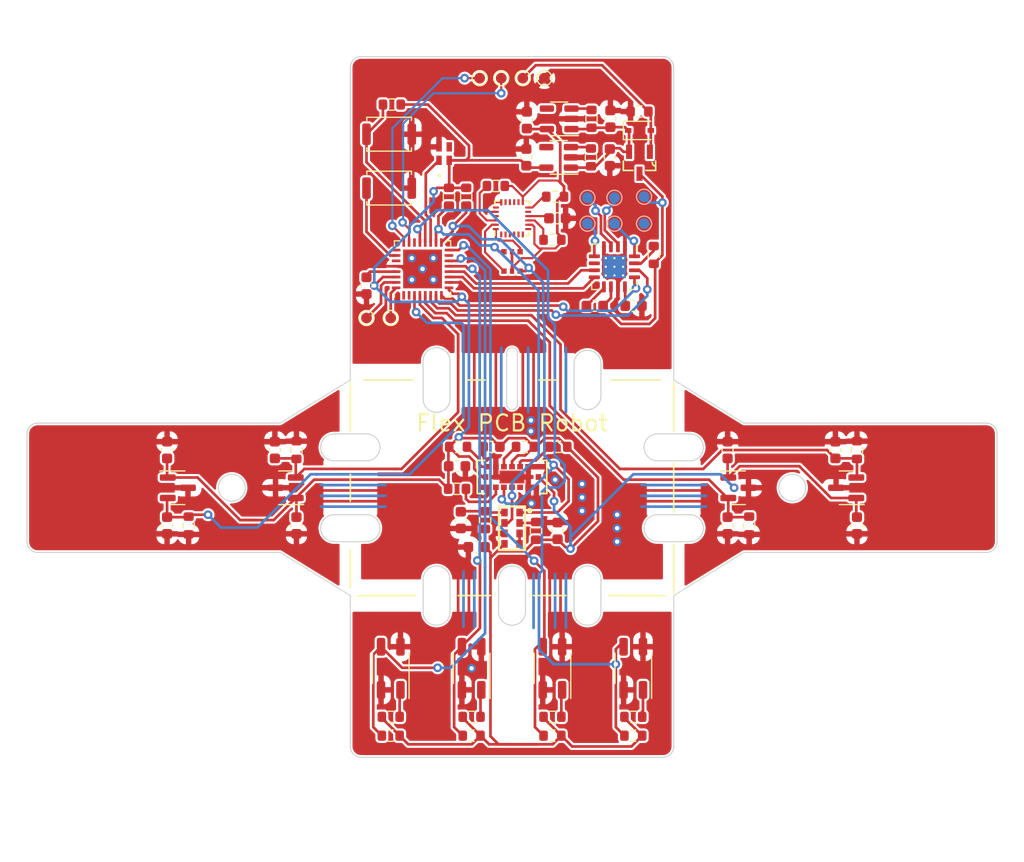
<source format=kicad_pcb>
(kicad_pcb (version 20221018) (generator pcbnew)
  (layers (0 "F.Cu" signal) (31 "B.Cu" signal) (34 "B.Paste" user) (35 "F.Paste" user) (36 "B.SilkS" user "B.Silkscreen") (37 "F.SilkS" user "F.Silkscreen") (38 "B.Mask" user) (39 "F.Mask" user) (44 "Edge.Cuts" user))
  (net 0 "")
  (net 1 "+3V3")
  (net 2 "GND")
  (net 3 "Net-(C2-Pad1)")
  (net 4 "Net-(C4-Pad1)")
  (net 5 "+1V8")
  (net 6 "Net-(C9-Pad1)")
  (net 7 "Net-(C11-Pad2)")
  (net 8 "Net-(C12-Pad2)")
  (net 9 "HALL1")
  (net 10 "HALL2")
  (net 11 "VCC")
  (net 12 "Net-(C16-Pad2)")
  (net 13 "HALL3")
  (net 14 "HALL4")
  (net 15 "VBUS")
  (net 16 "Net-(R1-Pad2)")
  (net 17 "IR1")
  (net 18 "Net-(R3-Pad1)")
  (net 19 "Net-(R4-Pad1)")
  (net 20 "Net-(R5-Pad1)")
  (net 21 "Net-(R6-Pad1)")
  (net 22 "Net-(R7-Pad1)")
  (net 23 "Net-(R8-Pad2)")
  (net 24 "Net-(R9-Pad1)")
  (net 25 "Net-(R11-Pad2)")
  (net 26 "IR2")
  (net 27 "Net-(R13-Pad1)")
  (net 28 "Net-(R14-Pad2)")
  (net 29 "IR3")
  (net 30 "Net-(R17-Pad2)")
  (net 31 "SCL")
  (net 32 "SDA")
  (net 33 "Net-(R20-Pad2)")
  (net 34 "IR4")
  (net 35 "USER_SW")
  (net 36 "Net-(R24-Pad1)")
  (net 37 "RESET")
  (net 38 "SDA_1.8V")
  (net 39 "SCL_1.8V")
  (net 40 "Net-(TP1-Pad1)")
  (net 41 "Net-(TP2-Pad1)")
  (net 42 "Net-(TP3-Pad1)")
  (net 43 "Net-(TP4-Pad1)")
  (net 44 "D-")
  (net 45 "D+")
  (net 52 "Net-(U9-Pad3)")
  (net 53 "NEOPIX")
  (net 56 "BIN1")
  (net 57 "BIN2")
  (net 58 "AIN2")
  (net 59 "AIN1")
  (net 66 "SWCLK")
  (net 67 "SWDIO")
  (net 68 "Net-(R28-Pad2)")
  (footprint "TestPoint:TestPoint_Pad_D1.0mm" (layer "F.Cu") (at 171.5 72)
    (fp_text reference "TP11" hide)
    (fp_text value "TestPoint")
  )
  (footprint "Resistor_SMD:R_0603_1608Metric" (layer "F.Cu") (at 192.325 57.1 -90)
    (fp_text reference "R9" hide)
    (fp_text value "100k")
  )
  (footprint "Resistor_SMD:R_0603_1608Metric" (layer "F.Cu") (at 181.25 110.75 180)
    (fp_text reference "R15" hide)
    (fp_text value "10k")
  )
  (footprint "Resistor_SMD:R_0603_1608Metric" (layer "F.Cu") (at 207 91.25 90)
    (fp_text reference "R23" hide)
    (fp_text value "10K")
  )
  (footprint "DMG3415U:SOT95P240X105-3N" (layer "F.Cu") (at 196.825 57.6 -90)
    (fp_text reference "U1" hide)
    (fp_text value "DMG3415U-7")
  )
  (footprint "TestPoint:TestPoint_Pad_D1.0mm" (layer "F.Cu") (at 173.75 72)
    (fp_text reference "TP12" hide)
    (fp_text value "TestPoint")
  )
  (footprint "TestPoint:TestPoint_Pad_D1.0mm" (layer "F.Cu") (at 188 49.75 90)
    (fp_text reference "TP5" hide)
    (fp_text value "TestPoint")
  )
  (footprint "SK6805-E-J:4492_ADA" (layer "F.Cu") (at 178.7 56.75 90)
    (fp_text reference "U11" hide)
    (fp_text value "SK6805-E-J")
  )
  (footprint "Capacitor_SMD:C_0603_1608Metric" (layer "F.Cu") (at 217 91.25 90)
    (fp_text reference "C17" hide)
    (fp_text value "100n")
  )
  (footprint "Diode_SMD:D_SOD-323" (layer "F.Cu") (at 196.825 54.6)
    (fp_text reference "D1" hide)
    (fp_text value "NSR0340HT1G")
  )
  (footprint "OptoDevice:OnSemi_CASE100CY" (layer "F.Cu") (at 196.25 104.5 180)
    (fp_text reference "U3" hide)
    (fp_text value "QRE1113GR")
  )
  (footprint "Capacitor_SMD:C_0603_1608Metric" (layer "F.Cu") (at 189.225 91.75 90)
    (fp_text reference "C8" hide)
    (fp_text value "10u")
  )
  (footprint "Resistor_SMD:R_0603_1608Metric" (layer "F.Cu") (at 182.5 90.75 90)
    (fp_text reference "R16" hide)
    (fp_text value "22")
  )
  (footprint "Package_TO_SOT_SMD:SOT-23-5" (layer "F.Cu") (at 189.375 53.525 180)
    (fp_text reference "U7" hide)
    (fp_text value "AP2112K-1.8")
  )
  (footprint "Capacitor_SMD:C_0603_1608Metric" (layer "F.Cu") (at 205 91.25 -90)
    (fp_text reference "C13" hide)
    (fp_text value "4n7")
  )
  (footprint "Capacitor_SMD:C_0603_1608Metric" (layer "F.Cu") (at 181.725 93.25 180)
    (fp_text reference "C10" hide)
    (fp_text value "1u")
  )
  (footprint "TestPoint:TestPoint_Pad_D1.0mm" (layer "F.Cu") (at 182 49.75 90)
    (fp_text reference "TP8" hide)
    (fp_text value "TestPoint")
  )
  (footprint "Sensor_Motion:InvenSense_QFN-24_3x3mm_P0.4mm" (layer "F.Cu") (at 185 62.75 90)
    (fp_text reference "U5" hide)
    (fp_text value "ICM-20948")
  )
  (footprint "Capacitor_SMD:C_0603_1608Metric" (layer "F.Cu") (at 194.125 53.525 90)
    (fp_text reference "C7" hide)
    (fp_text value "1u")
  )
  (footprint "Resistor_SMD:R_0603_1608Metric" (layer "F.Cu") (at 188.75 109)
    (fp_text reference "R11" hide)
    (fp_text value "100")
  )
  (footprint "Package_DFN_QFN:QFN-32-1EP_5x5mm_P0.5mm_EP3.6x3.6mm" (layer "F.Cu") (at 176.7 67.45 90)
    (fp_text reference "U14" hide)
    (fp_text value "ATSAMD21E18A-M")
  )
  (footprint "Resistor_SMD:R_0603_1608Metric" (layer "F.Cu") (at 187.225 91.75 90)
    (fp_text reference "R17" hide)
    (fp_text value "10k")
  )
  (footprint "Resistor_SMD:R_0603_1608Metric" (layer "F.Cu") (at 189 60.75 180)
    (fp_text reference "R28" hide)
    (fp_text value "4.7k")
  )
  (footprint "Package_DFN_QFN:Texas_S-PWQFN-N16_EP2.1x2.1mm_ThermalVias" (layer "F.Cu") (at 194.5 67.25 -90)
    (fp_text reference "U12" hide)
    (fp_text value "DRV8833RTY")
  )
  (footprint "Capacitor_SMD:C_0603_1608Metric" (layer "F.Cu") (at 165 91.25 90)
    (fp_text reference "C21" hide)
    (fp_text value "100n")
  )
  (footprint "Resistor_SMD:R_0603_1608Metric" (layer "F.Cu") (at 188.75 64.75)
    (fp_text reference "R5" hide)
    (fp_text value "4.7k")
  )
  (footprint "OptoDevice:OnSemi_CASE100CY" (layer "F.Cu") (at 181.25 104.5 180)
    (fp_text reference "U8" hide)
    (fp_text value "QRE1113GR")
  )
  (footprint "Capacitor_SMD:C_0603_1608Metric" (layer "F.Cu") (at 196.275 70.875 180)
    (fp_text reference "C11" hide)
    (fp_text value "2.2u")
  )
  (footprint "TestPoint:TestPoint_Pad_D1.0mm" (layer "F.Cu") (at 186 49.75 90)
    (fp_text reference "TP6" hide)
    (fp_text value "TestPoint")
  )
  (footprint "Capacitor_SMD:C_0603_1608Metric" (layer "F.Cu") (at 205 84.25 -90)
    (fp_text reference "C14" hide)
    (fp_text value "100n")
  )
  (footprint "Capacitor_SMD:C_0603_1608Metric" (layer "F.Cu") (at 189.2 62.75)
    (fp_text reference "C4" hide)
    (fp_text value "0.1")
  )
  (footprint "Resistor_SMD:R_0603_1608Metric" (layer "F.Cu") (at 183.5 59.75)
    (fp_text reference "R6" hide)
    (fp_text value "10k")
  )
  (footprint "Capacitor_SMD:C_0603_1608Metric" (layer "F.Cu") (at 179.9 85.75)
    (fp_text reference "C5" hide)
    (fp_text value "4.7u")
  )
  (footprint "Resistor_SMD:R_0603_1608Metric" (layer "F.Cu") (at 179.15 60.75 -90)
    (fp_text reference "R18" hide)
    (fp_text value "10k")
  )
  (footprint "Capacitor_SMD:C_0603_1608Metric" (layer "F.Cu") (at 192.675 70.875 180)
    (fp_text reference "C16" hide)
    (fp_text value "10n")
  )
  (footprint "Resistor_SMD:R_0603_1608Metric" (layer "F.Cu") (at 196.25 110.75 180)
    (fp_text reference "R2" hide)
    (fp_text value "10k")
  )
  (footprint "Resistor_SMD:R_0603_1608Metric" (layer "F.Cu") (at 173.75 110.75 180)
    (fp_text reference "R21" hide)
    (fp_text value "10k")
  )
  (footprint "Resistor_SMD:R_0603_1608Metric" (layer "F.Cu") (at 196.25 109)
    (fp_text reference "R1" hide)
    (fp_text value "100")
  )
  (footprint "Capacitor_SMD:C_0603_1608Metric" (layer "F.Cu") (at 153 91.25 -90)
    (fp_text reference "C18" hide)
    (fp_text value "4n7")
  )
  (footprint "TestPoint:TestPoint_Pad_D1.0mm" (layer "F.Cu") (at 184 49.75 90)
    (fp_text reference "TP7" hide)
    (fp_text value "TestPoint")
  )
  (footprint "Resistor_SMD:R_0603_1608Metric" (layer "F.Cu") (at 188.75 110.75 180)
    (fp_text reference "R12" hide)
    (fp_text value "10k")
  )
  (footprint "Capacitor_SMD:C_0603_1608Metric" (layer "F.Cu") (at 186.325 57.1 90)
    (fp_text reference "C1" hide)
    (fp_text value "1u")
  )
  (footprint "Resistor_SMD:R_0603_1608Metric" (layer "F.Cu") (at 173.75 109)
    (fp_text reference "R20" hide)
    (fp_text value "100")
  )
  (footprint "Capacitor_SMD:C_0603_1608Metric" (layer "F.Cu") (at 163 84.25 90)
    (fp_text reference "C20" hide)
    (fp_text value "4n7")
  )
  (footprint "Button_Switch_SMD:SW_Push_SPST_NO_Alps_SKRK" (layer "F.Cu") (at 173.6 54.95 180)
    (fp_text reference "SW2" hide)
    (fp_text value "SW_Push")
  )
  (footprint "Resistor_SMD:R_0603_1608Metric" (layer "F.Cu") (at 165 84.25 -90)
    (fp_text reference "R27" hide)
    (fp_text value "10K")
  )
  (footprint "Resistor_SMD:R_0603_1608Metric" (layer "F.Cu") (at 181.25 109)
    (fp_text reference "R14" hide)
    (fp_text value "100")
  )
  (footprint "Resistor_SMD:R_0603_1608Metric" (layer "F.Cu") (at 173.85 52.2)
    (fp_text reference "R22" hide)
    (fp_text value "10K")
  )
  (footprint "Capacitor_SMD:C_0603_1608Metric" (layer "F.Cu") (at 215 84.25 90)
    (fp_text reference "C15" hide)
    (fp_text value "4n7")
  )
  (footprint "Resistor_SMD:R_0603_1608Metric" (layer "F.Cu") (at 186.2 83.95)
    (fp_text reference "R4" hide)
    (fp_text value "47k")
  )
  (footprint "Resistor_SMD:R_0603_1608Metric" (layer "F.Cu") (at 189.3 83.95)
    (fp_text reference "R7" hide)
    (fp_text value "47k")
  )
  (footprint "OptoDevice:OnSemi_CASE100CY" (layer "F.Cu") (at 188.75 104.5 180)
    (fp_text reference "U6" hide)
    (fp_text value "QRE1113GR")
  )
  (footprint "Resistor_SMD:R_0603_1608Metric" (layer "F.Cu") (at 192.375 53.525 -90)
    (fp_text reference "R13" hide)
    (fp_text value "100k")
  )
  (footprint "Resistor_SMD:R_0603_1608Metric" (layer "F.Cu") (at 196.825 52.85 180)
    (fp_text reference "R10" hide)
    (fp_text value "100k")
  )
  (footprint "Capacitor_SMD:C_0603_1608Metric" (layer "F.Cu") (at 180.25 90.75 -90)
    (fp_text reference "C9" hide)
    (fp_text value "1u")
  )
  (footprint "Capacitor_SMD:C_0603_1608Metric" (layer "F.Cu") (at 153 84.25 -90)
    (fp_text reference "C19" hide)
    (fp_text value "100n")
  )
  (footprint "Package_TO_SOT_SMD:SOT-23" (layer "F.Cu") (at 216 87.75 180)
    (fp_text reference "U15" hide)
    (fp_text value "DRV5033AJxDBZ")
  )
  (footprint "Capacitor_SMD:C_0603_1608Metric" (layer "F.Cu") (at 183.1 83.95 180)
    (fp_text reference "C3" hide)
    (fp_text value "4.7u")
  )
  (footprint "Capacitor_SMD:C_0603_1608Metric" (layer "F.Cu") (at 194.075 57.1 -90)
    (fp_text reference "C2" hide)
    (fp_text value "1u")
  )
  (footprint "Resistor_SMD:R_0603_1608Metric" (layer "F.Cu") (at 155 91.25 90)
    (fp_text reference "R26" hide)
    (fp_text value "10K")
  )
  (footprint "Button_Switch_SMD:SW_Push_SPST_NO_Alps_SKRK" (layer "F.Cu") (at 173.6 59.95 180)
    (fp_text reference "SW1" hide)
    (fp_text value "SW_Push")
  )
  (footprint "OptoDevice:OnSemi_CASE100CY" (layer "F.Cu") (at 173.75 104.5 180)
    (fp_text reference "U10" hide)
    (fp_text value "QRE1113GR")
  )
  (footprint "Capacitor_SMD:C_0603_1608Metric" (layer "F.Cu") (at 186.375 53.65 90)
    (fp_text reference "C6" hide)
    (fp_text value "1u")
  )
  (footprint "Resistor_SMD:R_0603_1608Metric" (layer "F.Cu") (at 180 83.95 180)
    (fp_text reference "R3" hide)
    (fp_text value "47k")
  )
  (footprint "APDS-9960:APDS-9960" (layer "F.Cu") (at 185 91.5)
    (fp_text reference "U9" hide)
    (fp_text value "APDS-9960")
  )
  (footprint "Package_TO_SOT_SMD:SOT-23" (layer "F.Cu") (at 154 87.75)
    (fp_text reference "U16" hide)
    (fp_text value "DRV5033AJxDBZ")
  )
  (footprint "Capacitor_SMD:C_0603_1608Metric" (layer "F.Cu") (at 171.5 69 90)
    (fp_text reference "C12" hide)
    (fp_text value "1u")
  )
  (footprint "Resistor_SMD:R_0603_1608Metric" (layer "F.Cu") (at 179.9 87.85)
    (fp_text reference "R8" hide)
    (fp_text value "47k")
  )
  (footprint "Resistor_SMD:R_0603_1608Metric" (layer "F.Cu") (at 180.75 60.75 90)
    (fp_text reference "R19" hide)
    (fp_text value "10k")
  )
  (footprint "Package_TO_SOT_SMD:SOT-23" (layer "F.Cu") (at 164 87.75 180)
    (fp_text reference "U17" hide)
    (fp_text value "DRV5033AJxDBZ")
  )
  (footprint "VL53L5CX:LGA_CXV0GC&slash_1_STM" (layer "F.Cu") (at 185 86.75)
    (fp_text reference "U2" hide)
    (fp_text value "VL53L5CXV0GC_1")
  )
  (footprint "Package_TO_SOT_SMD:SOT-23" (layer "F.Cu") (at 206 87.75)
    (fp_text reference "U13" hide)
    (fp_text value "DRV5033AJxDBZ")
  )
  (footprint "BSS138:SOT363" (layer "F.Cu") (at 185 66.75 -90)
    (fp_text reference "T1" hide)
    (fp_text value "BSS138PS")
  )
  (footprint "Resistor_SMD:R_0603_1608Metric" (layer "F.Cu") (at 217 84.25 -90)
    (fp_text reference "R25" hide)
    (fp_text value "10K")
  )
  (footprint "Resistor_SMD:R_0603_1608Metric" (layer "F.Cu") (at 198.15 66.15 -90)
    (fp_text reference "R24" hide)
    (fp_text value "47k")
  )
  (footprint "Package_TO_SOT_SMD:SOT-23-5" (layer "F.Cu") (at 189.325 57.1 180)
    (fp_text reference "U4" hide)
    (fp_text value "AP2112K-3.3")
  )
  (footprint "TestPoint:TestPoint_Pad_D1.0mm" (layer "B.Cu") (at 194.5 60.85 -90)
    (fp_text reference "TP2" hide)
    (fp_text value "TestPoint")
  )
  (footprint "TestPoint:TestPoint_Pad_D1.0mm" (layer "B.Cu") (at 194.5 63.25 -90)
    (fp_text reference "TP1" hide)
    (fp_text value "TestPoint")
  )
  (footprint "TestPoint:TestPoint_Pad_D1.0mm" (layer "B.Cu") (at 192 60.85 -90)
    (fp_text reference "TP4" hide)
    (fp_text value "TestPoint")
  )
  (footprint "TestPoint:TestPoint_Pad_D1.0mm" (layer "B.Cu") (at 197.25 63.25 180)
    (fp_text reference "TP9" hide)
    (fp_text value "TestPoint")
  )
  (footprint "TestPoint:TestPoint_Pad_D1.0mm" (layer "B.Cu") (at 197.25 60.75 180)
    (fp_text reference "TP10" hide)
    (fp_text value "TestPoint")
  )
  (footprint "TestPoint:TestPoint_Pad_D1.0mm" (layer "B.Cu") (at 192 63.25 -90)
    (fp_text reference "TP3" hide)
    (fp_text value "TestPoint")
  )
  (gr_line (start 180 97.75) (end 183 97.75) (stroke (width 0.15)) (layer "F.SilkS"))
  (gr_line (start 180.75 77.75) (end 182.5 77.75) (stroke (width 0.15)) (layer "F.SilkS"))
  (gr_line (start 200 82.5) (end 200 78) (stroke (width 0.15)) (layer "F.SilkS"))
  (gr_line (start 187 97.75) (end 190 97.75) (stroke (width 0.15)) (layer "F.SilkS"))
  (gr_line (start 194.25 77.75) (end 198.75 77.75) (stroke (width 0.15)) (layer "F.SilkS"))
  (gr_line (start 170 97) (end 170 93.5) (stroke (width 0.15)) (layer "F.SilkS"))
  (gr_line (start 171.25 77.75) (end 175.75 77.75) (stroke (width 0.15)) (layer "F.SilkS"))
  (gr_line (start 170 82.5) (end 170 78) (stroke (width 0.15)) (layer "F.SilkS"))
  (gr_line (start 194 97.75) (end 199.25 97.75) (stroke (width 0.15)) (layer "F.SilkS"))
  (gr_line (start 200 97.5) (end 200 93) (stroke (width 0.15)) (layer "F.SilkS"))
  (gr_line (start 170 89) (end 170 86.5) (stroke (width 0.15)) (layer "F.SilkS"))
  (gr_line (start 187.5 77.75) (end 189.25 77.75) (stroke (width 0.15)) (layer "F.SilkS"))
  (gr_line (start 200 90) (end 200 85.5) (stroke (width 0.15)) (layer "F.SilkS"))
  (gr_line (start 170.75 97.75) (end 176 97.75) (stroke (width 0.15)) (layer "F.SilkS"))
  (gr_line (start 179.25 99.25) (end 179.25 96.25) (stroke (width 0.1)) (layer "Edge.Cuts"))
  (gr_line (start 186.25 99.25) (end 186.25 96.25) (stroke (width 0.1)) (layer "Edge.Cuts"))
  (gr_line (start 170 77.75) (end 170 48.75) (stroke (width 0.1)) (layer "Edge.Cuts"))
  (gr_arc (start 176.75 96.25) (mid 178 95) (end 179.25 96.25) (stroke (width 0.1)) (layer "Edge.Cuts"))
  (gr_circle (center 211 87.75) (end 209.75 87.75) (stroke (width 0.1)) (fill none) (layer "Edge.Cuts"))
  (gr_line (start 171 47.75) (end 199 47.75) (stroke (width 0.1)) (layer "Edge.Cuts"))
  (gr_arc (start 176.75 76) (mid 178 74.75) (end 179.25 76) (stroke (width 0.1)) (layer "Edge.Cuts"))
  (gr_line (start 206.5 81.75) (end 200 77.75) (stroke (width 0.1)) (layer "Edge.Cuts"))
  (gr_line (start 140 92.75) (end 140 82.75) (stroke (width 0.1)) (layer "Edge.Cuts"))
  (gr_line (start 163.5 93.75) (end 141 93.75) (stroke (width 0.1)) (layer "Edge.Cuts"))
  (gr_arc (start 190.75 96.25) (mid 192 95) (end 193.25 96.25) (stroke (width 0.1)) (layer "Edge.Cuts"))
  (gr_line (start 230 92.75) (end 230 82.75) (stroke (width 0.1)) (layer "Edge.Cuts"))
  (gr_line (start 200 48.75) (end 200 77.75) (stroke (width 0.1)) (layer "Edge.Cuts"))
  (gr_arc (start 190.75 76.25) (mid 192 75) (end 193.25 76.25) (stroke (width 0.1)) (layer "Edge.Cuts"))
  (gr_arc (start 193.25 99.25) (mid 192 100.5) (end 190.75 99.25) (stroke (width 0.1)) (layer "Edge.Cuts"))
  (gr_arc (start 171.5 90.25) (mid 172.75 91.5) (end 171.5 92.75) (stroke (width 0.1)) (layer "Edge.Cuts"))
  (gr_line (start 198.5 92.75) (end 201.5 92.75) (stroke (width 0.1)) (layer "Edge.Cuts"))
  (gr_line (start 183.75 99.25) (end 183.75 96.25) (stroke (width 0.1)) (layer "Edge.Cuts"))
  (gr_line (start 176.75 99.25) (end 176.75 96.25) (stroke (width 0.1)) (layer "Edge.Cuts"))
  (gr_arc (start 141 93.75) (mid 140.292893 93.457107) (end 140 92.75) (stroke (width 0.1)) (layer "Edge.Cuts"))
  (gr_line (start 163.5 81.75) (end 170 77.75) (stroke (width 0.1)) (layer "Edge.Cuts"))
  (gr_arc (start 183.75 96.25) (mid 185 95) (end 186.25 96.25) (stroke (width 0.1)) (layer "Edge.Cuts"))
  (gr_arc (start 184.5 75.25) (mid 185 74.75) (end 185.5 75.25) (stroke (width 0.1)) (layer "Edge.Cuts"))
  (gr_line (start 168.5 90.25) (end 171.5 90.25) (stroke (width 0.1)) (layer "Edge.Cuts"))
  (gr_line (start 206.5 93.75) (end 200 97.75) (stroke (width 0.1)) (layer "Edge.Cuts"))
  (gr_arc (start 229 81.75) (mid 229.707107 82.042893) (end 230 82.75) (stroke (width 0.1)) (layer "Edge.Cuts"))
  (gr_line (start 168.5 85.25) (end 171.5 85.25) (stroke (width 0.1)) (layer "Edge.Cuts"))
  (gr_line (start 206.5 93.75) (end 229 93.75) (stroke (width 0.1)) (layer "Edge.Cuts"))
  (gr_line (start 168.5 92.75) (end 171.5 92.75) (stroke (width 0.1)) (layer "Edge.Cuts"))
  (gr_line (start 198.5 82.75) (end 201.5 82.75) (stroke (width 0.1)) (layer "Edge.Cuts"))
  (gr_arc (start 200 111.75) (mid 199.707107 112.457107) (end 199 112.75) (stroke (width 0.1)) (layer "Edge.Cuts"))
  (gr_arc (start 193.25 79.25) (mid 192 80.5) (end 190.75 79.25) (stroke (width 0.1)) (layer "Edge.Cuts"))
  (gr_arc (start 170 48.75) (mid 170.292893 48.042893) (end 171 47.75) (stroke (width 0.1)) (layer "Edge.Cuts"))
  (gr_line (start 190.75 99.25) (end 190.75 96.25) (stroke (width 0.1)) (layer "Edge.Cuts"))
  (gr_arc (start 198.5 92.75) (mid 197.25 91.5) (end 198.5 90.25) (stroke (width 0.1)) (layer "Edge.Cuts"))
  (gr_arc (start 168.5 92.75) (mid 167.25 91.5) (end 168.5 90.25) (stroke (width 0.1)) (layer "Edge.Cuts"))
  (gr_line (start 171 112.75) (end 199 112.75) (stroke (width 0.1)) (layer "Edge.Cuts"))
  (gr_circle (center 159 87.75) (end 157.75 87.75) (stroke (width 0.1)) (fill none) (layer "Edge.Cuts"))
  (gr_line (start 229 81.75) (end 206.5 81.75) (stroke (width 0.1)) (layer "Edge.Cuts"))
  (gr_line (start 190.75 79.25) (end 190.75 76.25) (stroke (width 0.1)) (layer "Edge.Cuts"))
  (gr_line (start 179.25 79.5) (end 179.25 76) (stroke (width 0.1)) (layer "Edge.Cuts"))
  (gr_arc (start 171 112.75) (mid 170.292893 112.457107) (end 170 111.75) (stroke (width 0.1)) (layer "Edge.Cuts"))
  (gr_line (start 184.5 80) (end 184.5 75.25) (stroke (width 0.1)) (layer "Edge.Cuts"))
  (gr_line (start 200 111.75) (end 200 97.75) (stroke (width 0.1)) (layer "Edge.Cuts"))
  (gr_arc (start 168.5 85.25) (mid 167.25 84) (end 168.5 82.75) (stroke (width 0.1)) (layer "Edge.Cuts"))
  (gr_line (start 170 111.75) (end 170 97.75) (stroke (width 0.1)) (layer "Edge.Cuts"))
  (gr_line (start 198.5 90.25) (end 201.5 90.25) (stroke (width 0.1)) (layer "Edge.Cuts"))
  (gr_arc (start 140 82.75) (mid 140.292893 82.042893) (end 141 81.75) (stroke (width 0.1)) (layer "Edge.Cuts"))
  (gr_arc (start 179.25 79.5) (mid 178 80.75) (end 176.75 79.5) (stroke (width 0.1)) (layer "Edge.Cuts"))
  (gr_line (start 168.5 82.75) (end 171.5 82.75) (stroke (width 0.1)) (layer "Edge.Cuts"))
  (gr_arc (start 171.5 82.75) (mid 172.75 84) (end 171.5 85.25) (stroke (width 0.1)) (layer "Edge.Cuts"))
  (gr_arc (start 199 47.75) (mid 199.707107 48.042893) (end 200 48.75) (stroke (width 0.1)) (layer "Edge.Cuts"))
  (gr_arc (start 179.25 99.25) (mid 178 100.5) (end 176.75 99.25) (stroke (width 0.1)) (layer "Edge.Cuts"))
  (gr_line (start 163.5 93.75) (end 170 97.75) (stroke (width 0.1)) (layer "Edge.Cuts"))
  (gr_line (start 198.5 85.25) (end 201.5 85.25) (stroke (width 0.1)) (layer "Edge.Cuts"))
  (gr_line (start 141 81.75) (end 163.5 81.75) (stroke (width 0.1)) (layer "Edge.Cuts"))
  (gr_line (start 193.25 99.25) (end 193.25 96.25) (stroke (width 0.1)) (layer "Edge.Cuts"))
  (gr_arc (start 198.5 85.25) (mid 197.25 84) (end 198.5 82.75) (stroke (width 0.1)) (layer "Edge.Cuts"))
  (gr_arc (start 201.5 90.25) (mid 202.75 91.5) (end 201.5 92.75) (stroke (width 0.1)) (layer "Edge.Cuts"))
  (gr_line (start 193.25 79.25) (end 193.25 76.25) (stroke (width 0.1)) (layer "Edge.Cuts"))
  (gr_line (start 176.75 79.5) (end 176.75 76) (stroke (width 0.1)) (layer "Edge.Cuts"))
  (gr_arc (start 186.25 99.25) (mid 185 100.5) (end 183.75 99.25) (stroke (width 0.1)) (layer "Edge.Cuts"))
  (gr_line (start 185.5 80) (end 185.5 75.25) (stroke (width 0.1)) (layer "Edge.Cuts"))
  (gr_arc (start 185.5 80) (mid 185 80.5) (end 184.5 80) (stroke (width 0.1)) (layer "Edge.Cuts"))
  (gr_arc (start 201.5 82.75) (mid 202.75 84) (end 201.5 85.25) (stroke (width 0.1)) (layer "Edge.Cuts"))
  (gr_arc (start 230 92.75) (mid 229.707107 93.457107) (end 229 93.75) (stroke (width 0.1)) (layer "Edge.Cuts"))
  (gr_text "Flex PCB Robot" (at 185 81.75) (layer "F.SilkS") (effects (font (size 1.5 1.5) (thickness 0.2))))
  (segment (start 173.021594 68.2) (end 174.25 68.2) (width 0.25) (layer "F.Cu") (net 1))
  (segment (start 155.834251 86.8) (end 159.784251 90.75) (width 0.25) (layer "F.Cu") (net 1))
  (segment (start 172.925 109.1) (end 174.575 110.75) (width 0.25) (layer "F.Cu") (net 1))
  (segment (start 181.5 85.322183) (end 181.027817 84.85) (width 0.25) (layer "F.Cu") (net 1))
  (segment (start 186.225 84.75) (end 187.025 83.95) (width 0.25) (layer "F.Cu") (net 1))
  (segment (start 187.225 92.575) (end 186.16 93.64) (width 0.25) (layer "F.Cu") (net 1))
  (segment (start 205 85.025) (end 205 86.7375) (width 0.25) (layer "F.Cu") (net 1))
  (segment (start 186.16 93.64) (end 183.64 93.64) (width 0.25) (layer "F.Cu") (net 1))
  (segment (start 183 94.255) (end 183 110.8) (width 0.25) (layer "F.Cu") (net 1))
  (segment (start 189.575 110.75) (end 188.775 111.55) (width 0.25) (layer "F.Cu") (net 1))
  (segment (start 177.2 52.2) (end 174.675 52.2) (width 0.25) (layer "F.Cu") (net 1))
  (segment (start 165 88.7625) (end 164.9375 88.7) (width 0.25) (layer "F.Cu") (net 1))
  (segment (start 180.726999 57.373001) (end 181.0125 57.0875) (width 0.25) (layer "F.Cu") (net 1))
  (segment (start 179.075 87.85) (end 179.1 87.825) (width 0.25) (layer "F.Cu") (net 1))
  (segment (start 181.5 86) (end 181.5 85.322183) (width 0.25) (layer "F.Cu") (net 1))
  (segment (start 185.823001 57.373001) (end 179.175 57.373001) (width 0.25) (layer "F.Cu") (net 1))
  (segment (start 181.027817 84.85) (end 180.075 84.85) (width 0.25) (layer "F.Cu") (net 1))
  (segment (start 181.275 111.55) (end 175.375 111.55) (width 0.25) (layer "F.Cu") (net 1))
  (segment (start 179.1 87.825) (end 179.1 84.025) (width 0.25) (layer "F.Cu") (net 1))
  (segment (start 179.15 59.925) (end 180.75 59.925) (width 0.25) (layer "F.Cu") (net 1))
  (segment (start 153 85.025) (end 153 86.7375) (width 0.25) (layer "F.Cu") (net 1))
  (segment (start 183 110.8) (end 183.75 111.55) (width 0.25) (layer "F.Cu") (net 1))
  (segment (start 192.975 90.85) (end 190.425 93.4) (width 0.25) (layer "F.Cu") (net 1))
  (segment (start 166.6375 87) (end 167 87) (width 0.25) (layer "F.Cu") (net 1))
  (segment (start 187.925 109.1) (end 189.575 110.75) (width 0.25) (layer "F.Cu") (net 1))
  (segment (start 175.375 111.55) (end 174.575 110.75) (width 0.25) (layer "F.Cu") (net 1))
  (segment (start 167.075 87) (end 178.225 87) (width 0.25) (layer "F.Cu") (net 1))
  (segment (start 195.425 109.1) (end 197.075 110.75) (width 0.25) (layer "F.Cu") (net 1))
  (segment (start 184.3 92.955) (end 184.3 92.98) (width 0.25) (layer "F.Cu") (net 1))
  (segment (start 180.070182 69.75) (end 179.5 69.75) (width 0.25) (layer "F.Cu") (net 1))
  (segment (start 183.75 111.55) (end 187.35 111.55) (width 0.25) (layer "F.Cu") (net 1))
  (segment (start 178.0495 59.925) (end 180.75 59.925) (width 0.25) (layer "F.Cu") (net 1))
  (segment (start 211.653249 85.75) (end 206.1125 85.75) (width 0.25) (layer "F.Cu") (net 1))
  (segment (start 180.15 83.15) (end 183.075 83.15) (width 0.25) (layer "F.Cu") (net 1))
  (segment (start 179.175 59.9) (end 179.175 57.373001) (width 0.25) (layer "F.Cu") (net 1))
  (segment (start 182.075 110.75) (end 181.275 111.55) (width 0.25) (layer "F.Cu") (net 1))
  (segment (start 185 85.2935) (end 185.5435 84.75) (width 0.25) (layer "F.Cu") (net 1))
  (segment (start 180.347841 70.027659) (end 180.070182 69.75) (width 0.25) (layer "F.Cu") (net 1))
  (segment (start 179.5 69.75) (end 179.15 69.4) (width 0.25) (layer "F.Cu") (net 1))
  (segment (start 206.1125 85.75) (end 205.0625 86.8) (width 0.25) (layer "F.Cu") (net 1))
  (segment (start 180.0625 83.0625) (end 179.175 83.95) (width 0.25) (layer "F.Cu") (net 1))
  (segment (start 180.425 109.1) (end 182.075 110.75) (width 0.25) (layer "F.Cu") (net 1))
  (segment (start 189.325 83.15) (end 190.125 83.95) (width 0.25) (layer "F.Cu") (net 1))
  (segment (start 177.7245 60.25) (end 178.0495 59.925) (width 0.25) (layer "F.Cu") (net 1))
  (segment (start 182.25 86.75) (end 181.5 86) (width 0.25) (layer "F.Cu") (net 1))
  (segment (start 179.15 69.4) (end 179.15 69.2) (width 0.25) (layer "F.Cu") (net 1))
  (segment (start 160.0625 90.75) (end 162.8875 90.75) (width 0.25) (layer "F.Cu") (net 1))
  (segment (start 188.9 89) (end 188.9 88.1989) (width 0.25) (layer "F.Cu") (net 1))
  (segment (start 205.6005 87.75) (end 205.0625 87.212) (width 0.25) (layer "F.Cu") (net 1))
  (segment (start 159.784251 90.75) (end 161.3875 90.75) (width 0.25) (layer "F.Cu") (net 1))
  (segment (start 165 90.475) (end 165 88.7625) (width 0.25) (layer "F.Cu") (net 1))
  (segment (start 184.675 83.15) (end 186.225 83.15) (width 0.25) (layer "F.Cu") (net 1))
  (segment (start 216.9375 90.4125) (end 217 90.475) (width 0.25) (layer "F.Cu") (net 1))
  (segment (start 183 93.75) (end 182.5 93.25) (width 0.25) (layer "F.Cu") (net 1))
  (segment (start 188.057538 83.15) (end 189.325 83.15) (width 0.25) (layer "F.Cu") (net 1))
  (segment (start 185 85.7975) (end 185 85.2935) (width 0.25) (layer "F.Cu") (net 1))
  (segment (start 186.225 83.15) (end 187.025 83.95) (width 0.25) (layer "F.Cu") (net 1))
  (segment (start 179.175 57.373001) (end 180.726999 57.373001) (width 0.25) (layer "F.Cu") (net 1))
  (segment (start 182.5 91.575) (end 182.5 93.25) (width 0.25) (layer "F.Cu") (net 1))
  (segment (start 186.5 58.05) (end 186.325 57.875) (width 0.25) (layer "F.Cu") (net 1))
  (segment (start 216.9375 88.7) (end 216.9375 90.4125) (width 0.25) (layer "F.Cu") (net 1))
  (segment (start 188.775 111.55) (end 187.35 111.55) (width 0.25) (layer "F.Cu") (net 1))
  (segment (start 185.5435 84.75) (end 186.225 84.75) (width 0.25) (layer "F.Cu") (net 1))
  (segment (start 190.575 111.75) (end 189.575 110.75) (width 0.25) (layer "F.Cu") (net 1))
  (segment (start 216.9375 88.7) (end 214.603249 88.7) (width 0.25) (layer "F.Cu") (net 1))
  (segment (start 189.975 93.275) (end 189.275 92.575) (width 0.25) (layer "F.Cu") (net 1))
  (segment (start 162.8875 90.75) (end 164.9375 88.7) (width 0.25) (layer "F.Cu") (net 1))
  (segment (start 189.275 92.575) (end 187.225 92.575) (width 0.25) (layer "F.Cu") (net 1))
  (segment (start 178.225 87) (end 179.075 87.85) (width 0.25) (layer "F.Cu") (net 1))
  (segment (start 183.075 83.15) (end 183.875 83.95) (width 0.25) (layer "F.Cu") (net 1))
  (segment (start 164.9375 88.7) (end 166.6375 87) (width 0.25) (layer "F.Cu") (net 1))
  (segment (start 183 94.255) (end 183 93.75) (width 0.25) (layer "F.Cu") (net 1))
  (segment (start 188.1875 58.05) (end 186.5 58.05) (width 0.25) (layer "F.Cu") (net 1))
  (segment (start 153.0625 86.8) (end 155.834251 86.8) (width 0.25) (layer "F.Cu") (net 1))
  (segment (start 187.025 83.95) (end 187.257538 83.95) (width 0.25) (layer "F.Cu") (net 1))
  (segment (start 187.257538 83.95) (end 188.057538 83.15) (width 0.25) (layer "F.Cu") (net 1))
  (segment (start 190.425 93.4) (end 190.3 93.275) (width 0.25) (layer "F.Cu") (net 1))
  (segment (start 182.875 111.55) (end 182.075 110.75) (width 0.25) (layer "F.Cu") (net 1))
  (segment (start 184.3 92.955) (end 183 94.255) (width 0.25) (layer "F.Cu") (net 1))
  (segment (start 181.0125 57.0875) (end 181.0125 56.0125) (width 0.25) (layer "F.Cu") (net 1))
  (segment (start 197.075 110.75) (end 196.075 111.75) (width 0.25) (layer "F.Cu") (net 1))
  (segment (start 180.0625 83.0625) (end 180.15 83.15) (width 0.25) (layer "F.Cu") (net 1))
  (segment (start 205 86.7375) (end 205.0625 86.8) (width 0.25) (layer "F.Cu") (net 1))
  (segment (start 172.221594 69) (end 173.021594 68.2) (width 0.25) (layer "F.Cu") (net 1))
  (segment (start 153 86.7375) (end 153.0625 86.8) (width 0.25) (layer "F.Cu") (net 1))
  (segment (start 214.603249 88.7) (end 211.653249 85.75) (width 0.25) (layer "F.Cu") (net 1))
  (segment (start 179.15 59.925) (end 179.175 59.9) (width 0.25) (layer "F.Cu") (net 1))
  (segment (start 205.0625 87.212) (end 205.0625 86.8) (width 0.25) (layer "F.Cu") (net 1))
  (segment (start 180.075 84.85) (end 179.175 83.95) (width 0.25) (layer "F.Cu") (net 1))
  (segment (start 186.325 57.875) (end 185.823001 57.373001) (width 0.25) (layer "F.Cu") (net 1))
  (segment (start 183.875 83.95) (end 184.675 83.15) (width 0.25) (layer "F.Cu") (net 1))
  (segment (start 179.1 84.025) (end 179.175 83.95) (width 0.25) (layer "F.Cu") (net 1))
  (segment (start 181.0125 56.0125) (end 177.2 52.2) (width 0.25) (layer "F.Cu") (net 1))
  (segment (start 192.975 86.8) (end 192.975 90.85) (width 0.25) (layer "F.Cu") (net 1))
  (segment (start 190.3 93.275) (end 189.975 93.275) (width 0.25) (layer "F.Cu") (net 1))
  (segment (start 190.125 83.95) (end 192.975 86.8) (width 0.25) (layer "F.Cu") (net 1))
  (segment (start 187.35 111.55) (end 182.875 111.55) (width 0.25) (layer "F.Cu") (net 1))
  (segment (start 182.5489 86.75) (end 182.25 86.75) (width 0.25) (layer "F.Cu") (net 1))
  (segment (start 196.075 111.75) (end 190.575 111.75) (width 0.25) (layer "F.Cu") (net 1))
  (segment (start 188.9 88.1989) (end 187.4511 86.75) (width 0.25) (layer "F.Cu") (net 1))
  (via (at 180.347841 70.027659) (size 0.8) (drill 0.4) (layers "F.Cu" "B.Cu") (net 1))
  (via (at 190.425 93.4) (size 0.8) (drill 0.4) (layers "F.Cu" "B.Cu") (net 1))
  (via (at 188.9 89) (size 0.8) (drill 0.4) (layers "F.Cu" "B.Cu") (net 1))
  (via (at 180.0625 83.0625) (size 0.8) (drill 0.4) (layers "F.Cu" "B.Cu") (net 1))
  (via (at 177.7245 60.25) (size 0.8) (drill 0.4) (layers "F.Cu" "B.Cu") (net 1))
  (via (at 205.6005 87.75) (size 0.8) (drill 0.4) (layers "F.Cu" "B.Cu") (net 1))
  (via (at 172.221594 69) (size 0.8) (drill 0.4) (layers "F.Cu" "B.Cu") (net 1))
  (segment (start 204.3505 86.5) (end 205.6005 87.75) (width 0.25) (layer "B.Cu") (net 1))
  (segment (start 188.9 89) (end 188.9 89.825305) (width 0.25) (layer "B.Cu") (net 1))
  (segment (start 196.25 86.5) (end 204.3505 86.5) (width 0.25) (layer "B.Cu") (net 1))
  (segment (start 173.721594 70.5) (end 179.8755 70.5) (width 0.25) (layer "B.Cu") (net 1))
  (segment (start 181 70.679818) (end 180.347841 70.027659) (width 0.25) (layer "B.Cu") (net 1))
  (segment (start 175.5005 63.449695) (end 177.7245 61.225695) (width 0.25) (layer "B.Cu") (net 1))
  (segment (start 190.425 91.350305) (end 190.425 93.4) (width 0.25) (layer "B.Cu") (net 1))
  (segment (start 179.8755 70.5) (end 180.347841 70.027659) (width 0.25) (layer "B.Cu") (net 1))
  (segment (start 172.221594 69) (end 173.721594 70.5) (width 0.25) (layer "B.Cu") (net 1))
  (segment (start 177.7245 61.225695) (end 177.7245 60.25) (width 0.25) (layer "B.Cu") (net 1))
  (segment (start 188.9 89.825305) (end 190.425 91.350305) (width 0.25) (layer "B.Cu") (net 1))
  (segment (start 172.221594 67.329211) (end 175.5005 64.050305) (width 0.25) (layer "B.Cu") (net 1))
  (segment (start 172.221594 69) (end 172.221594 67.329211) (width 0.25) (layer "B.Cu") (net 1))
  (segment (start 175.5005 64.050305) (end 175.5005 63.449695) (width 0.25) (layer "B.Cu") (net 1))
  (segment (start 190.425 93.4) (end 190.425 92.325) (width 0.25) (layer "B.Cu") (net 1))
  (segment (start 181 82.125) (end 181 70.679818) (width 0.25) (layer "B.Cu") (net 1))
  (segment (start 180.0625 83.0625) (end 181 82.125) (width 0.25) (layer "B.Cu") (net 1))
  (segment (start 190.425 92.325) (end 196.25 86.5) (width 0.25) (layer "B.Cu") (net 1))
  (segment (start 197 89) (end 203 89) (width 0.25) (layer "F.Cu") (net 2))
  (segment (start 189.5 95.75) (end 189.5 100.75) (width 0.25) (layer "F.Cu") (net 2))
  (segment (start 186 80.75) (end 186 74.75) (width 0.25) (layer "F.Cu") (net 2))
  (segment (start 188.5 95.75) (end 188.5 100.75) (width 0.25) (layer "F.Cu") (net 2))
  (segment (start 181 95.5) (end 181 100.65) (width 0.25) (layer "F.Cu") (net 2))
  (segment (start 183.5 80.75) (end 183.5 74.75) (width 0.25) (layer "F.Cu") (net 2))
  (segment (start 187 80.75) (end 187 74.75) (width 0.25) (layer "F.Cu") (net 2))
  (segment (start 167.25 89) (end 173.25 89) (width 0.25) (layer "F.Cu") (net 2))
  (segment (start 181.5 80.775) (end 181.5 74.825) (width 0.25) (layer "F.Cu") (net 2))
  (segment (start 197 88) (end 203 88) (width 0.25) (layer "F.Cu") (net 2))
  (segment (start 167.25 88) (end 173.25 88) (width 0.25) (layer "F.Cu") (net 2))
  (segment (start 180 95.5) (end 180 100.65) (width 0.25) (layer "F.Cu") (net 2))
  (via (at 191.5 89.9) (size 0.8) (drill 0.4) (layers "F.Cu" "B.Cu") (net 2))
  (via (at 194.75 90.25) (size 0.8) (drill 0.4) (layers "F.Cu" "B.Cu") (net 2))
  (via (at 194.75 91.5) (size 0.8) (drill 0.4) (layers "F.Cu" "B.Cu") (net 2))
  (via (at 177.7 68.45) (size 0.8) (drill 0.4) (layers "F.Cu" "B.Cu") (net 2))
  (via (at 181.25 104.5) (size 0.8) (drill 0.4) (layers "F.Cu" "B.Cu") (net 2))
  (via (at 177.7 66.45) (size 0.8) (drill 0.4) (layers "F.Cu" "B.Cu") (net 2))
  (via (at 186.75 81.5) (size 0.8) (drill 0.4) (layers "F.Cu" "B.Cu") (net 2))
  (via (at 175.7 68.45) (size 0.8) (drill 0.4) (layers "F.Cu" "B.Cu") (net 2))
  (via (at 189 87) (size 0.8) (drill 0.4) (layers "F.Cu" "B.Cu") (net 2))
  (via (at 191.5 87.4) (size 0.8) (drill 0.4) (layers "F.Cu" "B.Cu") (net 2))
  (via (at 186.75 82.5) (size 0.8) (drill 0.4) (layers "F.Cu" "B.Cu") (net 2))
  (via (at 186.8 89.2) (size 0.8) (drill 0.4) (layers "F.Cu" "B.Cu") (net 2))
  (via (at 176.7 67.45) (size 0.8) (drill 0.4) (layers "F.Cu" "B.Cu") (net 2))
  (via (at 175.7 66.45) (size 0.8) (drill 0.4) (layers "F.Cu" "B.Cu") (net 2))
  (via (at 194.75 92.75) (size 0.8) (drill 0.4) (layers "F.Cu" "B.Cu") (net 2))
  (via (at 191.5 88.65) (size 0.8) (drill 0.4) (layers "F.Cu" "B.Cu") (net 2))
  (segment (start 184 80.75) (end 184 74.75) (width 0.25) (layer "B.Cu") (net 2))
  (segment (start 167.25 87.5) (end 173.25 87.5) (width 0.25) (layer "B.Cu") (net 2))
  (segment (start 167.25 89.5) (end 173.25 89.5) (width 0.25) (layer "B.Cu") (net 2))
  (segment (start 189 95.75) (end 189 100.75) (width 0.25) (layer "B.Cu") (net 2))
  (segment (start 197 87.5) (end 203 87.5) (width 0.25) (layer "B.Cu") (net 2))
  (segment (start 167.25 88.5) (end 173.25 88.5) (width 0.25) (layer "B.Cu") (net 2))
  (segment (start 197 89.5) (end 203 89.5) (width 0.25) (layer "B.Cu") (net 2))
  (segment (start 197 88.5) (end 203 88.5) (width 0.25) (layer "B.Cu") (net 2))
  (segment (start 186.5 80.75) (end 186.5 74.75) (width 0.25) (layer "B.Cu") (net 2))
  (segment (start 187 95.75) (end 187 100.75) (width 0.25) (layer "B.Cu") (net 2))
  (segment (start 190 95.75) (end 190 100.75) (width 0.25) (layer "B.Cu") (net 2))
  (segment (start 190 80.75) (end 190 74.75) (width 0.25) (layer "B.Cu") (net 2))
  (segment (start 180.5 95.5) (end 180.5 100.65) (width 0.25) (layer "B.Cu") (net 2))
  (segment (start 181.5 95.5) (end 181.5 100.7) (width 0.25) (layer "B.Cu") (net 2))
  (segment (start 194.447183 56.25) (end 192.772183 57.925) (width 0.25) (layer "F.Cu") (net 3))
  (segment (start 195.8598 56.584) (end 195.8598 54.6848) (width 0.25) (layer "F.Cu") (net 3))
  (segment (start 192.2 58.05) (end 192.325 57.925) (width 0.25) (layer "F.Cu") (net 3))
  (segment (start 194.125 54.3) (end 195.475 54.3) (width 0.25) (layer "F.Cu") (net 3))
  (segment (start 195.8598 54.6848) (end 195.775 54.6) (width 0.25) (layer "F.Cu") (net 3))
  (segment (start 194.075 54.35) (end 194.125 54.3) (width 0.25) (layer "F.Cu") (net 3))
  (segment (start 192.772183 57.925) (end 192.325 57.925) (width 0.25) (layer "F.Cu") (net 3))
  (segment (start 195.475 54.3) (end 195.775 54.6) (width 0.25) (layer "F.Cu") (net 3))
  (segment (start 192.25 54.475) (end 192.375 54.35) (width 0.25) (layer "F.Cu") (net 3))
  (segment (start 195.334 56.584) (end 195 56.25) (width 0.25) (layer "F.Cu") (net 3))
  (segment (start 192.375 54.35) (end 194.075 54.35) (width 0.25) (layer "F.Cu") (net 3))
  (segment (start 190.5125 54.475) (end 192.25 54.475) (width 0.25) (layer "F.Cu") (net 3))
  (segment (start 195.8598 56.584) (end 195.334 56.584) (width 0.25) (layer "F.Cu") (net 3))
  (segment (start 190.4625 58.05) (end 192.2 58.05) (width 0.25) (layer "F.Cu") (net 3))
  (segment (start 195 56.25) (end 194.447183 56.25) (width 0.25) (layer "F.Cu") (net 3))
  (segment (start 186.5 62.55) (end 188.225 62.55) (width 0.2) (layer "F.Cu") (net 4))
  (segment (start 188.225 62.55) (end 188.425 62.75) (width 0.2) (layer "F.Cu") (net 4))
  (segment (start 187.8 65.55) (end 186.9 66.45) (width 0.2) (layer "F.Cu") (net 5))
  (segment (start 186.9 66.45) (end 185.9 66.45) (width 0.2) (layer "F.Cu") (net 5))
  (segment (start 186 60.75) (end 186 61.225) (width 0.2) (layer "F.Cu") (net 5))
  (segment (start 189.025 65.55) (end 187.8 65.55) (width 0.2) (layer "F.Cu") (net 5))
  (segment (start 187.075 63.555025) (end 186.869975 63.35) (width 0.2) (layer "F.Cu") (net 5))
  (segment (start 185 59.75) (end 184.325 59.75) (width 0.2) (layer "F.Cu") (net 5))
  (segment (start 187.5 65.55) (end 187.075 65.125) (width 0.2) (layer "F.Cu") (net 5))
  (segment (start 185 67.35) (end 185 67.65) (width 0.2) (layer "F.Cu") (net 5))
  (segment (start 189.2 64.125) (end 189.825 64.75) (width 0.25) (layer "F.Cu") (net 5))
  (segment (start 186.55 54.475) (end 186.375 54.3) (width 0.25) (layer "F.Cu") (net 5))
  (segment (start 186 60.75) (end 185 59.75) (width 0.2) (layer "F.Cu") (net 5))
  (segment (start 189.475 59.435875) (end 189.475 55.7125) (width 0.25) (layer "F.Cu") (net 5))
  (segment (start 187.075 65.125) (end 187.075 63.555025) (width 0.2) (layer "F.Cu") (net 5))
  (segment (start 188.2375 54.475) (end 186.55 54.475) (width 0.25) (layer "F.Cu") (net 5))
  (segment (start 185.9 66.45) (end 185 67.35) (width 0.2) (layer "F.Cu") (net 5))
  (segment (start 189.825 60.75) (end 189.825 59.825) (width 0.2) (layer "F.Cu") (net 5))
  (segment (start 189.825 59.785875) (end 189.475 59.435875) (width 0.25) (layer "F.Cu") (net 5))
  (segment (start 189.55 60.75) (end 189.2 61.1) (width 0.25) (layer "F.Cu") (net 5))
  (segment (start 189.825 59.825) (end 189.25 59.25) (width 0.2) (layer "F.Cu") (net 5))
  (segment (start 187.8 65.55) (end 187.5 65.55) (width 0.2) (layer "F.Cu") (net 5))
  (segment (start 189.825 64.75) (end 189.025 65.55) (width 0.2) (layer "F.Cu") (net 5))
  (segment (start 186.869975 63.35) (end 186.5 63.35) (width 0.2) (layer "F.Cu") (net 5))
  (segment (start 189.825 60.75) (end 189.825 59.785875) (width 0.25) (layer "F.Cu") (net 5))
  (segment (start 187.5 59.25) (end 186 60.75) (width 0.2) (layer "F.Cu") (net 5))
  (segment (start 189.475 55.7125) (end 188.2375 54.475) (width 0.25) (layer "F.Cu") (net 5))
  (segment (start 185 67.65) (end 185 65.85) (width 0.25) (layer "F.Cu") (net 5))
  (segment (start 189.2 61.1) (end 189.2 64.125) (width 0.25) (layer "F.Cu") (net 5))
  (segment (start 189.825 60.75) (end 189.55 60.75) (width 0.25) (layer "F.Cu") (net 5))
  (segment (start 189.25 59.25) (end 187.5 59.25) (width 0.2) (layer "F.Cu") (net 5))
  (segment (start 180.25 89.975) (end 180.3 89.925) (width 0.25) (layer "F.Cu") (net 6))
  (segment (start 180.3 89.925) (end 182.5 89.925) (width 0.25) (layer "F.Cu") (net 6))
  (segment (start 182.62 90.045) (end 184.3 90.045) (width 0.25) (layer "F.Cu") (net 6))
  (segment (start 182.5 89.925) (end 182.62 90.045) (width 0.25) (layer "F.Cu") (net 6))
  (segment (start 195.5 70.875) (end 195.5 69.1375) (width 0.25) (layer "F.Cu") (net 7))
  (segment (start 195.5 69.1375) (end 195.475 69.1125) (width 0.25) (layer "F.Cu") (net 7))
  (segment (start 174.25 67.7) (end 171.825 67.7) (width 0.25) (layer "F.Cu") (net 8))
  (segment (start 171.825 67.7) (end 171.3 68.225) (width 0.25) (layer "F.Cu") (net 8))
  (segment (start 205.0625 88.7) (end 205.0625 90.4125) (width 0.25) (layer "F.Cu") (net 9))
  (segment (start 186.5 72.25) (end 188.5 74.25) (width 0.25) (layer "F.Cu") (net 9))
  (segment (start 179.636396 72.25) (end 186.5 72.25) (width 0.25) (layer "F.Cu") (net 9))
  (segment (start 188.5 74.25) (end 188.5 80.136396) (width 0.25) (layer "F.Cu") (net 9))
  (segment (start 203.275 87) (end 204.975 88.7) (width 0.25) (layer "F.Cu") (net 9))
  (segment (start 205 90.475) (end 206.95 90.475) (width 0.25) (layer "F.Cu") (net 9))
  (segment (start 204.975 88.7) (end 205.0625 88.7) (width 0.25) (layer "F.Cu") (net 9))
  (segment (start 188.5 80.136396) (end 195.363604 87) (width 0.25) (layer "F.Cu") (net 9))
  (segment (start 205.0625 90.4125) (end 205 90.475) (width 0.25) (layer "F.Cu") (net 9))
  (segment (start 195.8 87) (end 203.275 87) (width 0.25) (layer "F.Cu") (net 9))
  (segment (start 206.95 90.475) (end 207 90.425) (width 0.25) (layer "F.Cu") (net 9))
  (segment (start 177.8792 71.55) (end 178.936396 71.55) (width 0.25) (layer "F.Cu") (net 9))
  (segment (start 176.95 70.6208) (end 177.8792 71.55) (width 0.25) (layer "F.Cu") (net 9))
  (segment (start 178.936396 71.55) (end 179.636396 72.25) (width 0.25) (layer "F.Cu") (net 9))
  (segment (start 176.95 69.9) (end 176.95 70.6208) (width 0.25) (layer "F.Cu") (net 9))
  (segment (start 195.363604 87) (end 196 87) (width 0.25) (layer "F.Cu") (net 9))
  (segment (start 217 85.075) (end 217 86.7375) (width 0.25) (layer "F.Cu") (net 10))
  (segment (start 204.5 84.25) (end 214.225 84.25) (width 0.25) (layer "F.Cu") (net 10))
  (segment (start 195.436396 86) (end 202.75 86) (width 0.25) (layer "F.Cu") (net 10))
  (segment (start 189.5 74.5) (end 189.5 80.5) (width 0.25) (layer "F.Cu") (net 10))
  (segment (start 179.772792 71.75) (end 186.8 71.75) (width 0.25) (layer "F.Cu") (net 10))
  (segment (start 217 86.7375) (end 216.9375 86.8) (width 0.25) (layer "F.Cu") (net 10))
  (segment (start 202.75 86) (end 204.5 84.25) (width 0.25) (layer "F.Cu") (net 10))
  (segment (start 178.065596 71.1) (end 179.122792 71.1) (width 0.25) (layer "F.Cu") (net 10))
  (segment (start 189.5 80.5) (end 195 86) (width 0.25) (layer "F.Cu") (net 10))
  (segment (start 216.95 85.025) (end 217 85.075) (width 0.25) (layer "F.Cu") (net 10))
  (segment (start 195 86) (end 195.75 86) (width 0.25) (layer "F.Cu") (net 10))
  (segment (start 177.45 70.484404) (end 178.065596 71.1) (width 0.25) (layer "F.Cu") (net 10))
  (segment (start 186.8 71.75) (end 189.5 74.45) (width 0.25) (layer "F.Cu") (net 10))
  (segment (start 215 85.025) (end 216.95 85.025) (width 0.25) (layer "F.Cu") (net 10))
  (segment (start 179.122792 71.1) (end 179.772792 71.75) (width 0.25) (layer "F.Cu") (net 10))
  (segment (start 177.45 69.9) (end 177.45 70.484404) (width 0.25) (layer "F.Cu") (net 10))
  (segment (start 214.225 84.25) (end 215 85.025) (width 0.25) (layer "F.Cu") (net 10))
  (segment (start 198.95 60.741) (end 196.825 58.616) (width 0.25) (layer "F.Cu") (net 11))
  (segment (start 198.95 61.3) (end 198.95 60.741) (width 0.25) (layer "F.Cu") (net 11))
  (segment (start 197.75 72.55) (end 195.125 72.55) (width 0.25) (layer "F.Cu") (net 11))
  (segment (start 194.175 69.1125) (end 194.175 70.15) (width 0.25) (layer "F.Cu") (net 11))
  (segment (start 198.95 66.175) (end 198.95 61.3) (width 0.25) (layer "F.Cu") (net 11))
  (segment (start 195.125 72.55) (end 193.45 70.875) (width 0.25) (layer "F.Cu") (net 11))
  (segment (start 198.275 72.025) (end 197.75 72.55) (width 0.25) (layer "F.Cu") (net 11))
  (segment (start 194.175 70.15) (end 193.45 70.875) (width 0.25) (layer "F.Cu") (net 11))
  (segment (start 198.275 67.1) (end 198.275 72.025) (width 0.25) (layer "F.Cu") (net 11))
  (segment (start 198.15 66.975) (end 198.95 66.175) (width 0.25) (layer "F.Cu") (net 11))
  (via (at 198.95 61.3) (size 0.8) (drill 0.4) (layers "F.Cu" "B.Cu") (net 11))
  (segment (start 198.95 61.3) (end 197.8 61.3) (width 0.25) (layer "B.Cu") (net 11))
  (segment (start 197.8 61.3) (end 197.25 60.75) (width 0.25) (layer "B.Cu") (net 11))
  (segment (start 193.525 69.1125) (end 193.525 69.25) (width 0.25) (layer "F.Cu") (net 12))
  (segment (start 193.525 69.25) (end 191.9 70.875) (width 0.25) (layer "F.Cu") (net 12))
  (segment (start 175.95 69.9) (end 175.95 71.3) (width 0.25) (layer "F.Cu") (net 13))
  (segment (start 175.95 71.3) (end 176.1 71.45) (width 0.25) (layer "F.Cu") (net 13))
  (segment (start 155.175 90.25) (end 155 90.425) (width 0.25) (layer "F.Cu") (net 13))
  (segment (start 153 90.475) (end 153 88.7625) (width 0.25) (layer "F.Cu") (net 13))
  (segment (start 153 90.475) (end 154.95 90.475) (width 0.25) (layer "F.Cu") (net 13))
  (segment (start 156.8 90.25) (end 155.175 90.25) (width 0.25) (layer "F.Cu") (net 13))
  (segment (start 154.95 90.475) (end 155 90.425) (width 0.25) (layer "F.Cu") (net 13))
  (segment (start 153 88.7625) (end 153.0625 88.7) (width 0.25) (layer "F.Cu") (net 13))
  (via (at 176.1 71.45) (size 0.8) (drill 0.4) (layers "F.Cu" "B.Cu") (net 13))
  (via (at 156.8 90.25) (size 0.8) (drill 0.4) (layers "F.Cu" "B.Cu") (net 13))
  (segment (start 166.3125 86.5) (end 161.5625 91.25) (width 0.25) (layer "B.Cu") (net 13))
  (segment (start 167 86.5) (end 166.3125 86.5) (width 0.25) (layer "B.Cu") (net 13))
  (segment (start 156.8 90.25) (end 158 91.45) (width 0.25) (layer "B.Cu") (net 13))
  (segment (start 162.0625 90.75) (end 161.3625 91.45) (width 0.25) (layer "B.Cu") (net 13))
  (segment (start 180.5 81.5) (end 175.5 86.5) (width 0.25) (layer "B.Cu") (net 13))
  (segment (start 177.1 72.45) (end 180.3 72.45) (width 0.25) (layer "B.Cu") (net 13))
  (segment (start 180.3 72.45) (end 180.5 72.65) (width 0.25) (layer "B.Cu") (net 13))
  (segment (start 175.5 86.5) (end 166.75 86.5) (width 0.25) (layer "B.Cu") (net 13))
  (segment (start 176.1 71.45) (end 177.1 72.45) (width 0.25) (layer "B.Cu") (net 13))
  (segment (start 158 91.45) (end 161.3 91.45) (width 0.25) (layer "B.Cu") (net 13))
  (segment (start 180.5 72.75) (end 180.5 81.5) (width 0.25) (layer "B.Cu") (net 13))
  (segment (start 180 80.75) (end 180 73.5) (width 0.25) (layer "F.Cu") (net 14))
  (segment (start 163 85.025) (end 164.95 85.025) (width 0.25) (layer "F.Cu") (net 14))
  (segment (start 174 86) (end 174.75 86) (width 0.25) (layer "F.Cu") (net 14))
  (segment (start 176.45 70.757196) (end 176.45 69.9) (width 0.25) (layer "F.Cu") (net 14))
  (segment (start 165.7375 86) (end 174.3125 86) (width 0.25) (layer "F.Cu") (net 14))
  (segment (start 174.75 86) (end 180 80.75) (width 0.25) (layer "F.Cu") (net 14))
  (segment (start 164.9375 85.1375) (end 165 85.075) (width 0.25) (layer "F.Cu") (net 14))
  (segment (start 164.9375 86.8) (end 165.7375 86) (width 0.25) (layer "F.Cu") (net 14))
  (segment (start 180 73.5) (end 178.5 72) (width 0.25) (layer "F.Cu") (net 14))
  (segment (start 164.95 85.025) (end 165 85.075) (width 0.25) (layer "F.Cu") (net 14))
  (segment (start 164.9375 86.8) (end 164.9375 85.1375) (width 0.25) (layer "F.Cu") (net 14))
  (segment (start 178.5 72) (end 177.692804 72) (width 0.25) (layer "F.Cu") (net 14))
  (segment (start 177.692804 72) (end 176.45 70.757196) (width 0.25) (layer "F.Cu") (net 14))
  (segment (start 186 49.75) (end 187.2 48.55) (width 0.25) (layer "F.Cu") (net 15))
  (segment (start 197.875 53.075) (end 197.65 52.85) (width 0.25) (layer "F.Cu") (net 15))
  (segment (start 197.875 54.6) (end 197.875 56.4992) (width 0.25) (layer "F.Cu") (net 15))
  (segment (start 197.875 56.4992) (end 197.7902 56.584) (width 0.25) (layer "F.Cu") (net 15))
  (segment (start 187.2 48.55) (end 193.35 48.55) (width 0.25) (layer "F.Cu") (net 15))
  (segment (start 197.875 54.6) (end 197.875 53.075) (width 0.25) (layer "F.Cu") (net 15))
  (segment (start 193.35 48.55) (end 197.65 52.85) (width 0.25) (layer "F.Cu") (net 15))
  (segment (start 197.15 106) (end 197.15 108.425) (width 0.25) (layer "F.Cu") (net 16))
  (segment (start 197.15 108.425) (end 197.075 108.5) (width 0.25) (layer "F.Cu") (net 16))
  (segment (start 195.425 110.75) (end 194.63 109.955) (width 0.25) (layer "F.Cu") (net 17))
  (segment (start 194.63 109.955) (end 194.63 102.72) (width 0.25) (layer "F.Cu") (net 17))
  (segment (start 194.63 102.72) (end 195.35 102) (width 0.25) (layer "F.Cu") (net 17))
  (segment (start 176.45 63.9745) (end 176.2255 63.75) (width 0.25) (layer "F.Cu") (net 17))
  (segment (start 176.45 65) (end 176.45 63.9745) (width 0.25) (layer "F.Cu") (net 17))
  (via (at 176.2255 63.75) (size 0.8) (drill 0.4) (layers "F.Cu" "B.Cu") (net 17))
  (via (at 194.63 104.12) (size 0.8) (drill 0.4) (layers "F.Cu" "B.Cu") (net 17))
  (segment (start 187.5 102.75) (end 187.5 95.75) (width 0.25) (layer "B.Cu") (net 17))
  (segment (start 187.774799 95.475201) (end 187.774799 88.125201) (width 0.25) (layer "B.Cu") (net 17))
  (segment (start 187.5 95.75) (end 187.774799 95.475201) (width 0.25) (layer "B.Cu") (net 17))
  (segment (start 187.774799 88.125201) (end 188.175 87.725) (width 0.25) (layer "B.Cu") (net 17))
  (segment (start 188.175 87.725) (end 189.300305 87.725) (width 0.25) (layer "B.Cu") (net 17))
  (segment (start 188.87 104.12) (end 187.5 102.75) (width 0.25) (layer "B.Cu") (net 17))
  (segment (start 189.300305 87.725) (end 189.875 87.150305) (width 0.25) (layer "B.Cu") (net 17))
  (segment (start 188.975 72.622674) (end 188.345992 71.993666) (width 0.25) (layer "B.Cu") (net 17))
  (segment (start 189.875 87.150305) (end 189.875 85.625) (width 0.25) (layer "B.Cu") (net 17))
  (segment (start 182.75 62) (end 177.9755 62) (width 0.25) (layer "B.Cu") (net 17))
  (segment (start 177.9755 62) (end 176.2255 63.75) (width 0.25) (layer "B.Cu") (net 17))
  (segment (start 188.345992 67.595992) (end 182.75 62) (width 0.25) (layer "B.Cu") (net 17))
  (segment (start 189.875 85.625) (end 188.975 84.725) (width 0.25) (layer "B.Cu") (net 17))
  (segment (start 188.975 84.725) (end 188.975 72.622674) (width 0.25) (layer "B.Cu") (net 17))
  (segment (start 188.345992 71.993666) (end 188.345992 67.595992) (width 0.25) (layer "B.Cu") (net 17))
  (segment (start 194.63 104.12) (end 188.87 104.12) (width 0.25) (layer "B.Cu") (net 17))
  (segment (start 182.1975 85.7975) (end 182.749999 85.7975) (width 0.25) (layer "F.Cu") (net 18))
  (segment (start 181.95 85.075) (end 181.95 85.55) (width 0.25) (layer "F.Cu") (net 18))
  (segment (start 180.825 83.95) (end 181.95 85.075) (width 0.25) (layer "F.Cu") (net 18))
  (segment (start 181.95 85.55) (end 182.1975 85.7975) (width 0.25) (layer "F.Cu") (net 18))
  (segment (start 184.249999 85.075001) (end 184.249999 85.7975) (width 0.25) (layer "F.Cu") (net 19))
  (segment (start 185.375 83.95) (end 184.249999 85.075001) (width 0.25) (layer "F.Cu") (net 19))
  (segment (start 187.1 62.95) (end 186.5 62.95) (width 0.2) (layer "F.Cu") (net 20))
  (segment (start 187.9 63.75) (end 187.1 62.95) (width 0.2) (layer "F.Cu") (net 20))
  (segment (start 187.9 64.75) (end 187.9 63.75) (width 0.2) (layer "F.Cu") (net 20))
  (segment (start 182.665012 62.95) (end 183.5 62.95) (width 0.2) (layer "F.Cu") (net 21))
  (segment (start 182 62.284988) (end 182.665012 62.95) (width 0.2) (layer "F.Cu") (net 21))
  (segment (start 182 60.425) (end 182 62.284988) (width 0.2) (layer "F.Cu") (net 21))
  (segment (start 182.675 59.75) (end 182 60.425) (width 0.2) (layer "F.Cu") (net 21))
  (segment (start 188.475 83.95) (end 187.2065 85.2185) (width 0.25) (layer "F.Cu") (net 22))
  (segment (start 185.750001 85.376799) (end 185.750001 85.7975) (width 0.25) (layer "F.Cu") (net 22))
  (segment (start 187.2065 85.2185) (end 185.9083 85.2185) (width 0.25) (layer "F.Cu") (net 22))
  (segment (start 185.9083 85.2185) (end 185.750001 85.376799) (width 0.25) (layer "F.Cu") (net 22))
  (segment (start 183.5 87.7025) (end 183.5 88.35) (width 0.25) (layer "F.Cu") (net 23))
  (segment (start 182.8 89.05) (end 181 89.05) (width 0.25) (layer "F.Cu") (net 23))
  (segment (start 181 89.05) (end 180.725 88.775) (width 0.25) (layer "F.Cu") (net 23))
  (segment (start 180.725 88.775) (end 180.725 87.6) (width 0.25) (layer "F.Cu") (net 23))
  (segment (start 183.5 88.35) (end 182.8 89.05) (width 0.25) (layer "F.Cu") (net 23))
  (segment (start 190.4625 56.15) (end 192.2 56.15) (width 0.25) (layer "F.Cu") (net 24))
  (segment (start 192.2 56.15) (end 192.325 56.275) (width 0.25) (layer "F.Cu") (net 24))
  (segment (start 189.575 108.75) (end 189.575 106.075) (width 0.25) (layer "F.Cu") (net 25))
  (segment (start 187.13 109.955) (end 187.925 110.75) (width 0.25) (layer "F.Cu") (net 26))
  (segment (start 187.7 102.4) (end 188 102.1) (width 0.25) (layer "F.Cu") (net 26))
  (segment (start 180.05 65.7) (end 180.5 65.25) (width 0.25) (layer "F.Cu") (net 26))
  (segment (start 187.85 102.5) (end 188 102.35) (width 0.25) (layer "F.Cu") (net 26))
  (segment (start 179.15 65.7) (end 180.05 65.7) (width 0.25) (layer "F.Cu") (net 26))
  (segment (start 187.13 103.88) (end 187.13 109.955) (width 0.25) (layer "F.Cu") (net 26))
  (segment (start 187.13 103.88) (end 187.13 102.72) (width 0.25) (layer "F.Cu") (net 26))
  (segment (start 187.13 102.72) (end 187.85 102) (width 0.25) (layer "F.Cu") (net 26))
  (segment (start 187.85 102.5) (end 187.95 102.4) (width 0.25) (layer "F.Cu") (net 26))
  (segment (start 188 95.475) (end 187.049799 94.524799) (width 0.25) (layer "F.Cu") (net 26))
  (segment (start 188 102.35) (end 188 95.475) (width 0.25) (layer "F.Cu") (net 26))
  (via (at 180.5 65.25) (size 0.8) (drill 0.4) (layers "F.Cu" "B.Cu") (net 26))
  (via (at 187.049799 94.524799) (size 0.8) (drill 0.4) (layers "F.Cu" "B.Cu") (net 26))
  (segment (start 180.5 65.25) (end 180.791499 65.25) (width 0.25) (layer "B.Cu") (net 26))
  (segment (start 183 67.5) (end 183 90.475) (width 0.25) (layer "B.Cu") (net 26))
  (segment (start 180.791499 65.25) (end 183 67.458501) (width 0.25) (layer "B.Cu") (net 26))
  (segment (start 183 90.475) (end 187 94.475) (width 0.25) (layer "B.Cu") (net 26))
  (segment (start 190.5125 52.575) (end 192.25 52.575) (width 0.25) (layer "F.Cu") (net 27))
  (segment (start 192.25 52.575) (end 192.375 52.7) (width 0.25) (layer "F.Cu") (net 27))
  (segment (start 182.075 108.75) (end 182.075 106.075) (width 0.25) (layer "F.Cu") (net 28))
  (segment (start 179.63 109.955) (end 179.63 103.22) (width 0.25) (layer "F.Cu") (net 29))
  (segment (start 179.63 103.22) (end 180.35 102.5) (width 0.25) (layer "F.Cu") (net 29))
  (segment (start 180.425 110.75) (end 179.63 109.955) (width 0.25) (layer "F.Cu") (net 29))
  (segment (start 181.314899 67.435101) (end 180.926697 67.435101) (width 0.25) (layer "F.Cu") (net 29))
  (segment (start 180.691596 67.2) (end 179.15 67.2) (width 0.25) (layer "F.Cu") (net 29))
  (segment (start 180.35 102.45) (end 180.35 102.5) (width 0.25) (layer "F.Cu") (net 29))
  (segment (start 181.976 100.824) (end 180.35 102.45) (width 0.25) (layer "F.Cu") (net 29))
  (segment (start 182.026 94.7505) (end 182.026 100.774) (width 0.25) (layer "F.Cu") (net 29))
  (segment (start 180.926697 67.435101) (end 180.691596 67.2) (width 0.25) (layer "F.Cu") (net 29))
  (segment (start 181.7755 94.5) (end 182.026 94.7505) (width 0.25) (layer "F.Cu") (net 29))
  (via (at 181.314899 67.435101) (size 0.8) (drill 0.4) (layers "F.Cu" "B.Cu") (net 29))
  (via (at 181.7755 94.5) (size 0.8) (drill 0.4) (layers "F.Cu" "B.Cu") (net 29))
  (segment (start 182 94.2755) (end 182 68.120202) (width 0.25) (layer "B.Cu") (net 29))
  (segment (start 182 68.120202) (end 181.314899 67.435101) (width 0.25) (layer "B.Cu") (net 29))
  (segment (start 181.7755 94.5) (end 182 94.2755) (width 0.25) (layer "B.Cu") (net 29))
  (segment (start 187.225 90.925) (end 187.135 91.015) (width 0.25) (layer "F.Cu") (net 30))
  (segment (start 187.135 91.015) (end 185.7 91.015) (width 0.25) (layer "F.Cu") (net 30))
  (segment (start 184.64 91.015) (end 184.3 91.015) (width 0.25) (layer "F.Cu") (net 31))
  (segment (start 178.1745 62.5505) (end 179.15 61.575) (width 0.25) (layer "F.Cu") (net 31))
  (segment (start 185 90.655) (end 184.64 91.015) (width 0.25) (layer "F.Cu") (net 31))
  (segment (start 177.95 63.9745) (end 177.95 65) (width 0.25) (layer "F.Cu") (net 31))
  (segment (start 183.805426 65.85) (end 184.25 65.85) (width 0.25) (layer "F.Cu") (net 31))
  (segment (start 185 87.7025) (end 185 90.655) (width 0.25) (layer "F.Cu") (net 31))
  (segment (start 178.1745 63.75) (end 177.95 63.9745) (width 0.25) (layer "F.Cu") (net 31))
  (segment (start 183.377963 65.422537) (end 183.805426 65.85) (width 0.25) (layer "F.Cu") (net 31))
  (segment (start 178.1745 63.75) (end 178.1745 62.5505) (width 0.25) (layer "F.Cu") (net 31))
  (via (at 185 88.5) (size 0.8) (drill 0.4) (layers "F.Cu" "B.Cu") (net 31))
  (via (at 183.377963 65.422537) (size 0.8) (drill 0.4) (layers "F.Cu" "B.Cu") (net 31))
  (via (at 178.1745 63.75) (size 0.8) (drill 0.4) (layers "F.Cu" "B.Cu") (net 31))
  (segment (start 187.445992 72.366458) (end 187.445992 69.445992) (width 0.25) (layer "B.Cu") (net 31))
  (segment (start 183.2745 65.2745) (end 182.0245 65.2745) (width 0.25) (layer "B.Cu") (net 31))
  (segment (start 185 87.25) (end 187.475 84.775) (width 0.25) (layer "B.Cu") (net 31))
  (segment (start 187.5 72.420466) (end 187.445992 72.366458) (width 0.25) (layer "B.Cu") (net 31))
  (segment (start 185 88.5) (end 185 87.25) (width 0.25) (layer "B.Cu") (net 31))
  (segment (start 178.6745 64.25) (end 178.1745 63.75) (width 0.25) (layer "B.Cu") (net 31))
  (segment (start 182.0245 65.2745) (end 181 64.25) (width 0.25) (layer "B.Cu") (net 31))
  (segment (start 187.445992 69.445992) (end 183.2745 65.2745) (width 0.25) (layer "B.Cu") (net 31))
  (segment (start 181 64.25) (end 178.6745 64.25) (width 0.25) (layer "B.Cu") (net 31))
  (segment (start 187.475 84.775) (end 187.475 72.45) (width 0.25) (layer "B.Cu") (net 31))
  (segment (start 190.25 86.974695) (end 190.25 89) (width 0.25) (layer "F.Cu") (net 32))
  (segment (start 188.912604 85.637299) (end 190.25 86.974695) (width 0.25) (layer "F.Cu") (net 32))
  (segment (start 179.5 63.95) (end 178.45 65) (width 0.25) (layer "F.Cu") (net 32))
  (segment (start 180.75 62.2245) (end 180.75 61.575) (width 0.25) (layer "F.Cu") (net 32))
  (segment (start 184.052613 88.818529) (end 184.249999 88.621143) (width 0.25) (layer "F.Cu") (net 32))
  (segment (start 179.5 63.4745) (end 179.5 63.95) (width 0.25) (layer "F.Cu") (net 32))
  (segment (start 189.205 90.045) (end 185.7 90.045) (width 0.25) (layer "F.Cu") (net 32))
  (segment (start 188.862701 85.637299) (end 188.912604 85.637299) (width 0.25) (layer "F.Cu") (net 32))
  (segment (start 184.249999 88.621143) (end 184.249999 87.7025) (width 0.25) (layer "F.Cu") (net 32))
  (segment (start 190.25 89) (end 189.205 90.045) (width 0.25) (layer "F.Cu") (net 32))
  (segment (start 185.75 67.65) (end 186.25 67.65) (width 0.25) (layer "F.Cu") (net 32))
  (segment (start 186.25 67.65) (end 186.55 67.35) (width 0.25) (layer "F.Cu") (net 32))
  (segment (start 179.5 63.4745) (end 180.75 62.2245) (width 0.25) (layer "F.Cu") (net 32))
  (via (at 179.5 63.4745) (size 0.8) (drill 0.4) (layers "F.Cu" "B.Cu") (net 32))
  (via (at 184.052613 88.818529) (size 0.8) (drill 0.4) (layers "F.Cu" "B.Cu") (net 32))
  (via (at 188.862701 85.637299) (size 0.8) (drill 0.4) (layers "F.Cu" "B.Cu") (net 32))
  (via (at 186.55 67.35) (size 0.8) (drill 0.4) (layers "F.Cu" "B.Cu") (net 32))
  (segment (start 182.197537 64.697537) (end 183.897537 64.697537) (width 0.25) (layer "B.Cu") (net 32))
  (segment (start 188.862701 85.637299) (end 188 84.774598) (width 0.25) (layer "B.Cu") (net 32))
  (segment (start 179.5 63.4745) (end 180.9745 63.4745) (width 0.25) (layer "B.Cu") (net 32))
  (segment (start 184.459084 89.225) (end 185.474293 89.225) (width 0.25) (layer "B.Cu") (net 32))
  (segment (start 184.052613 88.818529) (end 184.459084 89.225) (width 0.25) (layer "B.Cu") (net 32))
  (segment (start 183.897537 64.697537) (end 186.55 67.35) (width 0.25) (layer "B.Cu") (net 32))
  (segment (start 188 72.28407) (end 187.895992 72.180062) (width 0.25) (layer "B.Cu") (net 32))
  (segment (start 180.9745 63.4745) (end 182.197537 64.697537) (width 0.25) (layer "B.Cu") (net 32))
  (segment (start 185.474293 89.225) (end 188.862701 85.836592) (width 0.25) (layer "B.Cu") (net 32))
  (segment (start 187.895992 72.180062) (end 187.895992 68.695992) (width 0.25) (layer "B.Cu") (net 32))
  (segment (start 188 84.774598) (end 188 72.35) (width 0.25) (layer "B.Cu") (net 32))
  (segment (start 187.895992 68.695992) (end 186.55 67.35) (width 0.25) (layer "B.Cu") (net 32))
  (segment (start 188.862701 85.836592) (end 188.862701 85.637299) (width 0.25) (layer "B.Cu") (net 32))
  (segment (start 174.575 108.75) (end 174.575 106.075) (width 0.25) (layer "F.Cu") (net 33))
  (segment (start 180.0255 66.7) (end 180.25 66.4755) (width 0.25) (layer "F.Cu") (net 34))
  (segment (start 172.85 102.5) (end 172.13 103.22) (width 0.25) (layer "F.Cu") (net 34))
  (segment (start 172.13 103.22) (end 172.13 109.955) (width 0.25) (layer "F.Cu") (net 34))
  (segment (start 179.15 66.7) (end 180.0255 66.7) (width 0.25) (layer "F.Cu") (net 34))
  (segment (start 172.13 109.955) (end 172.925 110.75) (width 0.25) (layer "F.Cu") (net 34))
  (segment (start 178.1 104.45) (end 174.8 104.45) (width 0.25) (layer "F.Cu") (net 34))
  (segment (start 174.8 104.45) (end 172.85 102.5) (width 0.25) (layer "F.Cu") (net 34))
  (via (at 180.25 66.4755) (size 0.8) (drill 0.4) (layers "F.Cu" "B.Cu") (net 34))
  (via (at 178.1 104.45) (size 0.8) (drill 0.4) (layers "F.Cu" "B.Cu") (net 34))
  (segment (start 182.501 67.595898) (end 181.702551 66.797449) (width 0.25) (layer "B.Cu") (net 34))
  (segment (start 182.501 101.249) (end 179.3 104.45) (width 0.25) (layer "B.Cu") (net 34))
  (segment (start 182.5 95.123195) (end 182.501 95.124195) (width 0.25) (layer "B.Cu") (net 34))
  (segment (start 181.380603 66.4755) (end 181.702551 66.797449) (width 0.25) (layer "B.Cu") (net 34))
  (segment (start 180.25 66.4755) (end 181.380603 66.4755) (width 0.25) (layer "B.Cu") (net 34))
  (segment (start 182.501 95.124195) (end 182.501 101.249) (width 0.25) (layer "B.Cu") (net 34))
  (segment (start 179.3 104.45) (end 178.1 104.45) (width 0.25) (layer "B.Cu") (net 34))
  (segment (start 182.5 67.6) (end 182.5 95.123195) (width 0.25) (layer "B.Cu") (net 34))
  (segment (start 176.95 63) (end 176.95 65) (width 0.25) (layer "F.Cu") (net 35))
  (segment (start 173.025 53.425) (end 171.5 54.95) (width 0.25) (layer "F.Cu") (net 35))
  (segment (start 171.5 54.95) (end 171.5 57.55) (width 0.25) (layer "F.Cu") (net 35))
  (segment (start 173.025 52.2) (end 173.025 53.425) (width 0.25) (layer "F.Cu") (net 35))
  (segment (start 171.5 57.55) (end 176.95 63) (width 0.25) (layer "F.Cu") (net 35))
  (segment (start 198.15 65.75) (end 196.95 66.95) (width 0.25) (layer "F.Cu") (net 36))
  (segment (start 196.3875 66.95) (end 196.3625 66.925) (width 0.25) (layer "F.Cu") (net 36))
  (segment (start 198.15 65.325) (end 198.15 65.75) (width 0.25) (layer "F.Cu") (net 36))
  (segment (start 196.95 66.95) (end 196.3875 66.95) (width 0.25) (layer "F.Cu") (net 36))
  (segment (start 173.701992 66.2) (end 174.25 66.2) (width 0.25) (layer "F.Cu") (net 37))
  (segment (start 171.5 59.95) (end 171.5 63.998008) (width 0.25) (layer "F.Cu") (net 37))
  (segment (start 171.5 63.998008) (end 173.701992 66.2) (width 0.25) (layer "F.Cu") (net 37))
  (segment (start 185.75 65.85) (end 185.75 65.5) (width 0.2) (layer "F.Cu") (net 38))
  (segment (start 185.75 65.5) (end 185.075 64.825) (width 0.2) (layer "F.Cu") (net 38))
  (segment (start 183.5 64.55533) (end 183.5 63.775) (width 0.2) (layer "F.Cu") (net 38))
  (segment (start 183.76967 64.825) (end 183.5 64.55533) (width 0.2) (layer "F.Cu") (net 38))
  (segment (start 185.075 64.825) (end 183.76967 64.825) (width 0.2) (layer "F.Cu") (net 38))
  (segment (start 184.25 67.65) (end 182.5 65.9) (width 0.2) (layer "F.Cu") (net 39))
  (segment (start 183.130025 63.35) (end 183.5 63.35) (width 0.2) (layer "F.Cu") (net 39))
  (segment (start 182.5 63.980025) (end 183.130025 63.35) (width 0.2) (layer "F.Cu") (net 39))
  (segment (start 182.5 65.9) (end 182.5 63.980025) (width 0.2) (layer "F.Cu") (net 39))
  (segment (start 196.3625 66.275) (end 196.3625 64.9125) (width 0.25) (layer "F.Cu") (net 40))
  (segment (start 196.3625 64.9125) (end 196.3 64.85) (width 0.25) (layer "F.Cu") (net 40))
  (via (at 196.3 64.85) (size 0.8) (drill 0.4) (layers "F.Cu" "B.Cu") (net 40))
  (segment (start 196.3 64.85) (end 196.1 64.85) (width 0.25) (layer "B.Cu") (net 40))
  (segment (start 196.1 64.85) (end 194.5 63.25) (width 0.25) (layer "B.Cu") (net 40))
  (segment (start 193.6 63.858058) (end 194.825 65.083058) (width 0.25) (layer "F.Cu") (net 41))
  (segment (start 193.6 62.2) (end 193.6 63.858058) (width 0.25) (layer "F.Cu") (net 41))
  (segment (start 193.75 62.05) (end 193.6 62.2) (width 0.25) (layer "F.Cu") (net 41))
  (segment (start 194.825 65.083058) (end 194.825 65.3875) (width 0.25) (layer "F.Cu") (net 41))
  (via (at 193.75 62.05) (size 0.8) (drill 0.4) (layers "F.Cu" "B.Cu") (net 41))
  (segment (start 194.5 61.3) (end 194.5 60.85) (width 0.25) (layer "B.Cu") (net 41))
  (segment (start 193.75 62.05) (end 194.5 61.3) (width 0.25) (layer "B.Cu") (net 41))
  (segment (start 192.6375 66.275) (end 192.6375 64.9125) (width 0.25) (layer "F.Cu") (net 42))
  (segment (start 192.6375 64.9125) (end 192.7 64.85) (width 0.25) (layer "F.Cu") (net 42))
  (via (at 192.7 64.85) (size 0.8) (drill 0.4) (layers "F.Cu" "B.Cu") (net 42))
  (segment (start 192.7 64.85) (end 192.7 63.95) (width 0.25) (layer "B.Cu") (net 42))
  (segment (start 192.7 63.95) (end 192 63.25) (width 0.25) (layer "B.Cu") (net 42))
  (segment (start 193.25 62.55) (end 193.25 64.158058) (width 0.25) (layer "F.Cu") (net 43))
  (segment (start 193.25 64.158058) (end 194.175 65.083058) (width 0.25) (layer "F.Cu") (net 43))
  (segment (start 192.75 62.05) (end 193.25 62.55) (width 0.25) (layer "F.Cu") (net 43))
  (segment (start 194.175 65.083058) (end 194.175 65.3875) (width 0.25) (layer "F.Cu") (net 43))
  (via (at 192.75 62.05) (size 0.8) (drill 0.4) (layers "F.Cu" "B.Cu") (net 43))
  (segment (start 192.75 62.05) (end 192.75 61.6) (width 0.25) (layer "B.Cu") (net 43))
  (segment (start 192.75 61.6) (end 192 60.85) (width 0.25) (layer "B.Cu") (net 43))
  (segment (start 184 51.15) (end 184 49.75) (width 0.2) (layer "F.Cu") (net 44))
  (segment (start 175.45 63.735719) (end 175.45 65) (width 0.2) (layer "F.Cu") (net 44))
  (segment (start 174.848211 63.13393) (end 175.45 63.735719) (width 0.2) (layer "F.Cu") (net 44))
  (via (at 174.848211 63.13393) (size 0.8) (drill 0.4) (layers "F.Cu" "B.Cu") (net 44))
  (via (at 184 51.15) (size 0.8) (drill 0.4) (layers "F.Cu" "B.Cu") (net 44))
  (segment (start 174.9 63.082141) (end 174.9 53.965686) (width 0.2) (layer "B.Cu") (net 44))
  (segment (start 174.848211 63.13393) (end 174.9 63.082141) (width 0.2) (layer "B.Cu") (net 44))
  (segment (start 177.715686 51.15) (end 184 51.15) (width 0.2) (layer "B.Cu") (net 44))
  (segment (start 174.9 53.965686) (end 177.715686 51.15) (width 0.2) (layer "B.Cu") (net 44))
  (segment (start 173.9 63.45) (end 174.95 64.5) (width 0.2) (layer "F.Cu") (net 45))
  (segment (start 180.6 49.75) (end 182 49.75) (width 0.2) (layer "F.Cu") (net 45))
  (segment (start 174.95 64.5) (end 174.95 65) (width 0.2) (layer "F.Cu") (net 45))
  (via (at 180.6 49.75) (size 0.8) (drill 0.4) (layers "F.Cu" "B.Cu") (net 45))
  (via (at 173.9 63.45) (size 0.8) (drill 0.4) (layers "F.Cu" "B.Cu") (net 45))
  (segment (start 178.55 49.75) (end 180.6 49.75) (width 0.2) (layer "B.Cu") (net 45))
  (segment (start 173.9 54.4) (end 178.55 49.75) (width 0.2) (layer "B.Cu") (net 45))
  (segment (start 173.9 63.45) (end 173.9 54.4) (width 0.2) (layer "B.Cu") (net 45))
  (segment (start 185.7 92.955) (end 185.7 91.985) (width 0.25) (layer "F.Cu") (net 52))
  (segment (start 177 58.598001) (end 177 62.413604) (width 0.25) (layer "F.Cu") (net 53))
  (segment (start 177.45 62.863604) (end 177.45 65) (width 0.25) (layer "F.Cu") (net 53))
  (segment (start 177 62.413604) (end 177.45 62.863604) (width 0.25) (layer "F.Cu") (net 53))
  (segment (start 178.225 57.373001) (end 177 58.598001) (width 0.25) (layer "F.Cu") (net 53))
  (segment (start 179.15 67.7) (end 180.5552 67.7) (width 0.25) (layer "F.Cu") (net 56))
  (segment (start 181.6552 68.8) (end 190.2 68.8) (width 0.25) (layer "F.Cu") (net 56))
  (segment (start 190.2 68.8) (end 191.425 67.575) (width 0.25) (layer "F.Cu") (net 56))
  (segment (start 180.5552 67.7) (end 181.6552 68.8) (width 0.25) (layer "F.Cu") (net 56))
  (segment (start 191.425 67.575) (end 192.6375 67.575) (width 0.25) (layer "F.Cu") (net 56))
  (segment (start 181.468804 69.25) (end 180.418804 68.2) (width 0.25) (layer "F.Cu") (net 57))
  (segment (start 180.418804 68.2) (end 179.15 68.2) (width 0.25) (layer "F.Cu") (net 57))
  (segment (start 191.6125 69.25) (end 181.468804 69.25) (width 0.25) (layer "F.Cu") (net 57))
  (segment (start 192.6375 68.225) (end 191.6125 69.25) (width 0.25) (layer "F.Cu") (net 57))
  (segment (start 178.75 70.2) (end 178.45 69.9) (width 0.25) (layer "F.Cu") (net 58))
  (segment (start 196.3625 68.225) (end 196.3625 69.1125) (width 0.25) (layer "F.Cu") (net 58))
  (segment (start 180.145584 70.85) (end 179.495584 70.2) (width 0.25) (layer "F.Cu") (net 58))
  (segment (start 179.495584 70.2) (end 178.75 70.2) (width 0.25) (layer "F.Cu") (net 58))
  (segment (start 189.640092 70.85) (end 180.145584 70.85) (width 0.25) (layer "F.Cu") (net 58))
  (segment (start 189.75 70.959908) (end 189.640092 70.85) (width 0.25) (layer "F.Cu") (net 58))
  (segment (start 196.3625 69.1125) (end 196.5 69.25) (width 0.25) (layer "F.Cu") (net 58))
  (via (at 189.75 70.959908) (size 0.8) (drill 0.4) (layers "F.Cu" "B.Cu") (net 58))
  (via (at 196.5 69.25) (size 0.8) (drill 0.4) (layers "F.Cu" "B.Cu") (net 58))
  (segment (start 189.75 70.959908) (end 190.115092 71.325) (width 0.25) (layer "B.Cu") (net 58))
  (segment (start 190.115092 71.325) (end 194.425 71.325) (width 0.25) (layer "B.Cu") (net 58))
  (segment (start 194.425 71.325) (end 196.5 69.25) (width 0.25) (layer "B.Cu") (net 58))
  (segment (start 179.309188 70.65) (end 178.251992 70.65) (width 0.25) (layer "F.Cu") (net 59))
  (segment (start 177.95 70.348008) (end 177.95 69.9) (width 0.25) (layer "F.Cu") (net 59))
  (segment (start 179.959188 71.3) (end 179.309188 70.65) (width 0.25) (layer "F.Cu") (net 59))
  (segment (start 188.677631 71.3) (end 179.959188 71.3) (width 0.25) (layer "F.Cu") (net 59))
  (segment (start 178.251992 70.65) (end 177.95 70.348008) (width 0.25) (layer "F.Cu") (net 59))
  (segment (start 197.55 68.316637) (end 196.808363 67.575) (width 0.25) (layer "F.Cu") (net 59))
  (segment (start 189.070992 71.693361) (end 188.677631 71.3) (width 0.25) (layer "F.Cu") (net 59))
  (segment (start 196.808363 67.575) (end 196.3625 67.575) (width 0.25) (layer "F.Cu") (net 59))
  (segment (start 197.55 69.35) (end 197.55 68.316637) (width 0.25) (layer "F.Cu") (net 59))
  (via (at 189.070992 71.693361) (size 0.8) (drill 0.4) (layers "F.Cu" "B.Cu") (net 59))
  (via (at 197.55 69.35) (size 0.8) (drill 0.4) (layers "F.Cu" "B.Cu") (net 59))
  (segment (start 189.152631 71.775) (end 195.725 71.775) (width 0.25) (layer "B.Cu") (net 59))
  (segment (start 195.725 71.775) (end 197.55 69.95) (width 0.25) (layer "B.Cu") (net 59))
  (segment (start 189.070992 71.693361) (end 189.152631 71.775) (width 0.25) (layer "B.Cu") (net 59))
  (segment (start 197.55 69.95) (end 197.55 69.35) (width 0.25) (layer "B.Cu") (net 59))
  (segment (start 171.5 72) (end 172.846594 70.653406) (width 0.25) (layer "F.Cu") (net 66))
  (segment (start 172.846594 69) (end 173.146594 68.7) (width 0.25) (layer "F.Cu") (net 66))
  (segment (start 173.146594 68.7) (end 174.25 68.7) (width 0.25) (layer "F.Cu") (net 66))
  (segment (start 172.846594 70.653406) (end 172.846594 69) (width 0.25) (layer "F.Cu") (net 66))
  (segment (start 173.75 69.7) (end 173.75 72) (width 0.25) (layer "F.Cu") (net 67))
  (segment (start 174.25 69.2) (end 173.75 69.7) (width 0.25) (layer "F.Cu") (net 67))
  (segment (start 186.9 61.75) (end 186.5 61.75) (width 0.2) (layer "F.Cu") (net 68))
  (segment (start 187.9 60.75) (end 186.9 61.75) (width 0.2) (layer "F.Cu") (net 68))
  (zone (net 2) (net_name "GND") (layer "F.Cu") (connect_pads (clearance 0.2)) (min_thickness 0.2) (fill yes (thermal_gap 0.508) (thermal_bridge_width 0.508))
    (polygon (pts (xy 232.5 42.5) (xy 232.5 122.5) (xy 137.5 122.5) (xy 137.5 42.5)))
  )
  (zone (net 0) (net_name "") (layers "F&B.Cu") (connect_pads (clearance 0)) (min_thickness 0.254)
    (keepout (tracks not_allowed) (vias not_allowed) (pads not_allowed) (copperpour not_allowed) (footprints allowed))
    (fill (thermal_gap 0.508) (thermal_bridge_width 0.508))
    (polygon (pts (xy 171 77.75) (xy 171 82.75) (xy 169 82.75) (xy 169 77.75)))
  )
  (zone (net 0) (net_name "") (layers "F&B.Cu") (connect_pads (clearance 0)) (min_thickness 0.254)
    (keepout (tracks not_allowed) (vias not_allowed) (pads not_allowed) (copperpour not_allowed) (footprints allowed))
    (fill (thermal_gap 0.508) (thermal_bridge_width 0.508))
    (polygon (pts (xy 171 92.75) (xy 171 97.75) (xy 169 97.75) (xy 169 92.75)))
  )
  (zone (net 0) (net_name "") (layers "F&B.Cu") (connect_pads (clearance 0)) (min_thickness 0.2)
    (keepout (tracks allowed) (vias not_allowed) (pads not_allowed) (copperpour not_allowed) (footprints allowed))
    (fill (thermal_gap 0.508) (thermal_bridge_width 0.508))
    (polygon (pts (xy 190.75 96.25) (xy 190.75 99.25) (xy 179.25 99.25) (xy 179.25 96.25)))
  )
  (zone (net 0) (net_name "") (layers "F&B.Cu") (connect_pads (clearance 0)) (min_thickness 0.254)
    (keepout (tracks not_allowed) (vias not_allowed) (pads not_allowed) (copperpour not_allowed) (footprints allowed))
    (fill (thermal_gap 0.508) (thermal_bridge_width 0.508))
    (polygon (pts (xy 201 92.75) (xy 201 97.75) (xy 199 97.75) (xy 199 92.75)))
  )
  (zone (net 0) (net_name "") (layers "F&B.Cu") (connect_pads (clearance 0)) (min_thickness 0.254)
    (keepout (tracks not_allowed) (vias not_allowed) (pads not_allowed) (copperpour not_allowed) (footprints allowed))
    (fill (thermal_gap 0.508) (thermal_bridge_width 0.508))
    (polygon (pts (xy 193.25 96.25) (xy 200 96.25) (xy 200 99.25) (xy 193.25 99.25)))
  )
  (zone (net 0) (net_name "") (layers "F&B.Cu") (connect_pads (clearance 0)) (min_thickness 0.254)
    (keepout (tracks not_allowed) (vias not_allowed) (pads not_allowed) (copperpour not_allowed) (footprints allowed))
    (fill (thermal_gap 0.508) (thermal_bridge_width 0.508))
    (polygon (pts (xy 170 96.25) (xy 176.75 96.25) (xy 176.75 99.25) (xy 170 99.25)))
  )
  (zone (net 0) (net_name "") (layers "F&B.Cu") (connect_pads (clearance 0)) (min_thickness 0.2)
    (keepout (tracks allowed) (vias not_allowed) (pads not_allowed) (copperpour not_allowed) (footprints allowed))
    (fill (thermal_gap 0.508) (thermal_bridge_width 0.508))
    (polygon (pts (xy 167.5 85.25) (xy 172.5 85.25) (xy 172.5 90.25) (xy 167.5 90.25)))
  )
  (zone (net 0) (net_name "") (layers "F&B.Cu") (connect_pads (clearance 0)) (min_thickness 0.2)
    (keepout (tracks allowed) (vias not_allowed) (pads not_allowed) (copperpour not_allowed) (footprints allowed))
    (fill (thermal_gap 0.508) (thermal_bridge_width 0.508))
    (polygon (pts (xy 197.5 85.25) (xy 202.5 85.25) (xy 202.5 90.25) (xy 197.5 90.25)))
  )
  (zone (net 0) (net_name "") (layers "F&B.Cu") (connect_pads (clearance 0)) (min_thickness 0.254)
    (keepout (tracks not_allowed) (vias not_allowed) (pads not_allowed) (copperpour not_allowed) (footprints allowed))
    (fill (thermal_gap 0.508) (thermal_bridge_width 0.508))
    (polygon (pts (xy 170 76.25) (xy 176.75 76.25) (xy 176.75 79.25) (xy 170 79.25)))
  )
  (zone (net 0) (net_name "") (layers "F&B.Cu") (connect_pads (clearance 0)) (min_thickness 0.254)
    (keepout (tracks not_allowed) (vias not_allowed) (pads not_allowed) (copperpour not_allowed) (footprints allowed))
    (fill (thermal_gap 0.508) (thermal_bridge_width 0.508))
    (polygon (pts (xy 201 77.75) (xy 201 82.75) (xy 199 82.75) (xy 199 77.75)))
  )
  (zone (net 0) (net_name "") (layers "F&B.Cu") (connect_pads (clearance 0)) (min_thickness 0.254)
    (keepout (tracks not_allowed) (vias not_allowed) (pads not_allowed) (copperpour not_allowed) (footprints allowed))
    (fill (thermal_gap 0.508) (thermal_bridge_width 0.508))
    (polygon (pts (xy 193.25 76.75) (xy 200.25 76.75) (xy 200.25 78.75) (xy 193.25 78.75)))
  )
  (zone (net 0) (net_name "") (layers "F&B.Cu") (connect_pads (clearance 0)) (min_thickness 0.2)
    (keepout (tracks allowed) (vias not_allowed) (pads not_allowed) (copperpour not_allowed) (footprints allowed))
    (fill (thermal_gap 0.508) (thermal_bridge_width 0.508))
    (polygon (pts (xy 190.75 75.25) (xy 190.75 80.25) (xy 179.25 80.25) (xy 179.25 75.25)))
  )
)
</source>
